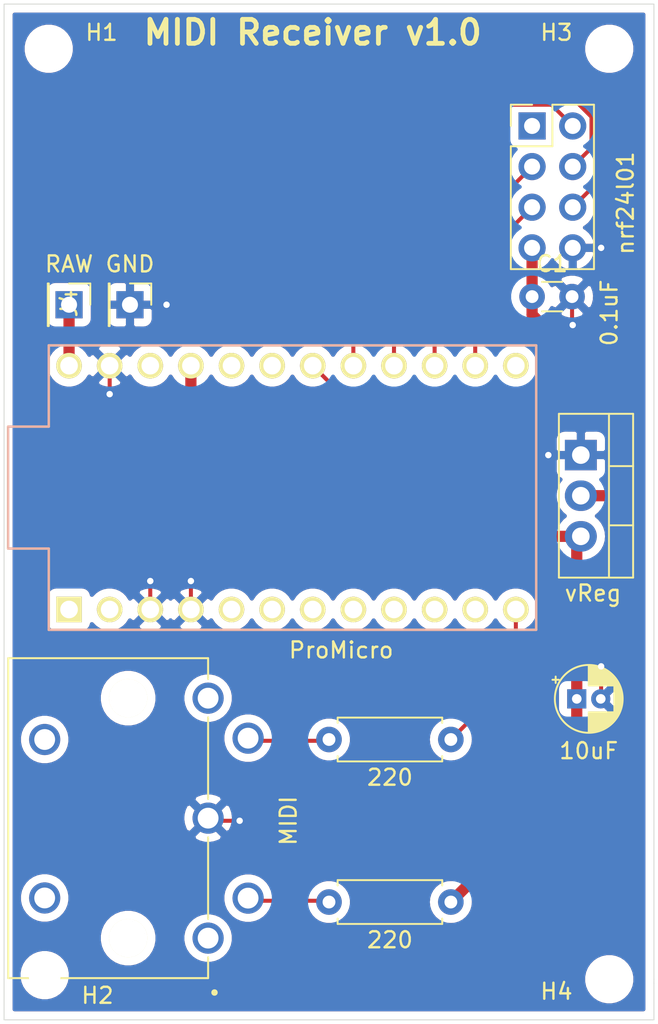
<source format=kicad_pcb>
(kicad_pcb (version 20171130) (host pcbnew "(5.1.4-0-10_14)")

  (general
    (thickness 1.6)
    (drawings 8)
    (tracks 73)
    (zones 0)
    (modules 14)
    (nets 29)
  )

  (page A4)
  (layers
    (0 F.Cu signal)
    (31 B.Cu signal)
    (32 B.Adhes user)
    (33 F.Adhes user)
    (34 B.Paste user)
    (35 F.Paste user)
    (36 B.SilkS user)
    (37 F.SilkS user)
    (38 B.Mask user)
    (39 F.Mask user)
    (40 Dwgs.User user)
    (41 Cmts.User user)
    (42 Eco1.User user)
    (43 Eco2.User user)
    (44 Edge.Cuts user)
    (45 Margin user)
    (46 B.CrtYd user)
    (47 F.CrtYd user)
    (48 B.Fab user)
    (49 F.Fab user)
  )

  (setup
    (last_trace_width 0.7)
    (user_trace_width 0.7)
    (trace_clearance 0.2)
    (zone_clearance 0.508)
    (zone_45_only no)
    (trace_min 0.2)
    (via_size 0.8)
    (via_drill 0.4)
    (via_min_size 0.4)
    (via_min_drill 0.3)
    (uvia_size 0.3)
    (uvia_drill 0.1)
    (uvias_allowed no)
    (uvia_min_size 0.2)
    (uvia_min_drill 0.1)
    (edge_width 0.05)
    (segment_width 0.2)
    (pcb_text_width 0.3)
    (pcb_text_size 1.5 1.5)
    (mod_edge_width 0.12)
    (mod_text_size 1 1)
    (mod_text_width 0.15)
    (pad_size 1.524 1.524)
    (pad_drill 0.762)
    (pad_to_mask_clearance 0.051)
    (solder_mask_min_width 0.25)
    (aux_axis_origin 0 0)
    (visible_elements FFFFF77F)
    (pcbplotparams
      (layerselection 0x010f0_ffffffff)
      (usegerberextensions false)
      (usegerberattributes false)
      (usegerberadvancedattributes false)
      (creategerberjobfile false)
      (excludeedgelayer true)
      (linewidth 0.100000)
      (plotframeref false)
      (viasonmask false)
      (mode 1)
      (useauxorigin false)
      (hpglpennumber 1)
      (hpglpenspeed 20)
      (hpglpendiameter 15.000000)
      (psnegative false)
      (psa4output false)
      (plotreference true)
      (plotvalue true)
      (plotinvisibletext false)
      (padsonsilk false)
      (subtractmaskfromsilk false)
      (outputformat 1)
      (mirror false)
      (drillshape 0)
      (scaleselection 1)
      (outputdirectory "/Applications/KiCad/Projects/MIDI_RECEIVER/gerbers/"))
  )

  (net 0 "")
  (net 1 GND)
  (net 2 +3V3)
  (net 3 +5V)
  (net 4 "Net-(J1-Pad3)")
  (net 5 "Net-(J1-Pad5)")
  (net 6 "Net-(J1-Pad1)")
  (net 7 "Net-(J1-Pad4)")
  (net 8 /MISO)
  (net 9 /SCK)
  (net 10 /CE)
  (net 11 /CSN)
  (net 12 /MOSI)
  (net 13 "Net-(J2-Pad1)")
  (net 14 /MIDI_IN)
  (net 15 "Net-(U1-Pad22)")
  (net 16 "Net-(U1-Pad20)")
  (net 17 "Net-(U1-Pad19)")
  (net 18 "Net-(U1-Pad11)")
  (net 19 "Net-(U1-Pad10)")
  (net 20 "Net-(U1-Pad9)")
  (net 21 "Net-(U1-Pad8)")
  (net 22 "Net-(U1-Pad7)")
  (net 23 "Net-(U1-Pad6)")
  (net 24 "Net-(U1-Pad5)")
  (net 25 "Net-(U1-Pad2)")
  (net 26 "Net-(U1-Pad1)")
  (net 27 "Net-(U1-Pad13)")
  (net 28 /RAW)

  (net_class Default "This is the default net class."
    (clearance 0.2)
    (trace_width 0.25)
    (via_dia 0.8)
    (via_drill 0.4)
    (uvia_dia 0.3)
    (uvia_drill 0.1)
    (add_net +3V3)
    (add_net +5V)
    (add_net /CE)
    (add_net /CSN)
    (add_net /MIDI_IN)
    (add_net /MISO)
    (add_net /MOSI)
    (add_net /RAW)
    (add_net /SCK)
    (add_net GND)
    (add_net "Net-(J1-Pad1)")
    (add_net "Net-(J1-Pad3)")
    (add_net "Net-(J1-Pad4)")
    (add_net "Net-(J1-Pad5)")
    (add_net "Net-(J2-Pad1)")
    (add_net "Net-(U1-Pad1)")
    (add_net "Net-(U1-Pad10)")
    (add_net "Net-(U1-Pad11)")
    (add_net "Net-(U1-Pad13)")
    (add_net "Net-(U1-Pad19)")
    (add_net "Net-(U1-Pad2)")
    (add_net "Net-(U1-Pad20)")
    (add_net "Net-(U1-Pad22)")
    (add_net "Net-(U1-Pad5)")
    (add_net "Net-(U1-Pad6)")
    (add_net "Net-(U1-Pad7)")
    (add_net "Net-(U1-Pad8)")
    (add_net "Net-(U1-Pad9)")
  )

  (module Connector_PinHeader_2.54mm:PinHeader_1x01_P2.54mm_Vertical (layer F.Cu) (tedit 59FED5CC) (tstamp 5E002A13)
    (at 109.474 94.996 270)
    (descr "Through hole straight pin header, 1x01, 2.54mm pitch, single row")
    (tags "Through hole pin header THT 1x01 2.54mm single row")
    (path /5E00258F)
    (fp_text reference J4 (at -0.078 3.81 90) (layer F.SilkS)
      (effects (font (size 1 1) (thickness 0.15)))
    )
    (fp_text value GND (at -2.54 0 180) (layer F.SilkS)
      (effects (font (size 1 1) (thickness 0.15)))
    )
    (fp_line (start -0.635 -1.27) (end 1.27 -1.27) (layer F.Fab) (width 0.1))
    (fp_line (start 1.27 -1.27) (end 1.27 1.27) (layer F.Fab) (width 0.1))
    (fp_line (start 1.27 1.27) (end -1.27 1.27) (layer F.Fab) (width 0.1))
    (fp_line (start -1.27 1.27) (end -1.27 -0.635) (layer F.Fab) (width 0.1))
    (fp_line (start -1.27 -0.635) (end -0.635 -1.27) (layer F.Fab) (width 0.1))
    (fp_line (start -1.33 1.33) (end 1.33 1.33) (layer F.SilkS) (width 0.12))
    (fp_line (start -1.33 1.27) (end -1.33 1.33) (layer F.SilkS) (width 0.12))
    (fp_line (start 1.33 1.27) (end 1.33 1.33) (layer F.SilkS) (width 0.12))
    (fp_line (start -1.33 1.27) (end 1.33 1.27) (layer F.SilkS) (width 0.12))
    (fp_line (start -1.33 0) (end -1.33 -1.33) (layer F.SilkS) (width 0.12))
    (fp_line (start -1.33 -1.33) (end 0 -1.33) (layer F.SilkS) (width 0.12))
    (fp_line (start -1.8 -1.8) (end -1.8 1.8) (layer F.CrtYd) (width 0.05))
    (fp_line (start -1.8 1.8) (end 1.8 1.8) (layer F.CrtYd) (width 0.05))
    (fp_line (start 1.8 1.8) (end 1.8 -1.8) (layer F.CrtYd) (width 0.05))
    (fp_line (start 1.8 -1.8) (end -1.8 -1.8) (layer F.CrtYd) (width 0.05))
    (fp_text user %R (at 0 0) (layer F.Fab)
      (effects (font (size 1 1) (thickness 0.15)))
    )
    (pad 1 thru_hole rect (at 0 0 270) (size 1.7 1.7) (drill 1) (layers *.Cu *.Mask)
      (net 1 GND))
    (model ${KISYS3DMOD}/Connector_PinHeader_2.54mm.3dshapes/PinHeader_1x01_P2.54mm_Vertical.wrl
      (at (xyz 0 0 0))
      (scale (xyz 1 1 1))
      (rotate (xyz 0 0 0))
    )
  )

  (module Connector_PinHeader_2.54mm:PinHeader_1x01_P2.54mm_Vertical (layer F.Cu) (tedit 59FED5CC) (tstamp 5E0029FE)
    (at 105.664 94.996 270)
    (descr "Through hole straight pin header, 1x01, 2.54mm pitch, single row")
    (tags "Through hole pin header THT 1x01 2.54mm single row")
    (path /5E001CBC)
    (fp_text reference J3 (at 0.254 2.54 90) (layer Dwgs.User)
      (effects (font (size 1 1) (thickness 0.15)))
    )
    (fp_text value RAW (at -2.54 0 180) (layer F.SilkS)
      (effects (font (size 1 1) (thickness 0.15)))
    )
    (fp_line (start -0.635 -1.27) (end 1.27 -1.27) (layer F.Fab) (width 0.1))
    (fp_line (start 1.27 -1.27) (end 1.27 1.27) (layer F.Fab) (width 0.1))
    (fp_line (start 1.27 1.27) (end -1.27 1.27) (layer F.Fab) (width 0.1))
    (fp_line (start -1.27 1.27) (end -1.27 -0.635) (layer F.Fab) (width 0.1))
    (fp_line (start -1.27 -0.635) (end -0.635 -1.27) (layer F.Fab) (width 0.1))
    (fp_line (start -1.33 1.33) (end 1.33 1.33) (layer F.SilkS) (width 0.12))
    (fp_line (start -1.33 1.27) (end -1.33 1.33) (layer F.SilkS) (width 0.12))
    (fp_line (start 1.33 1.27) (end 1.33 1.33) (layer F.SilkS) (width 0.12))
    (fp_line (start -1.33 1.27) (end 1.33 1.27) (layer F.SilkS) (width 0.12))
    (fp_line (start -1.33 0) (end -1.33 -1.33) (layer F.SilkS) (width 0.12))
    (fp_line (start -1.33 -1.33) (end 0 -1.33) (layer F.SilkS) (width 0.12))
    (fp_line (start -1.8 -1.8) (end -1.8 1.8) (layer F.CrtYd) (width 0.05))
    (fp_line (start -1.8 1.8) (end 1.8 1.8) (layer F.CrtYd) (width 0.05))
    (fp_line (start 1.8 1.8) (end 1.8 -1.8) (layer F.CrtYd) (width 0.05))
    (fp_line (start 1.8 -1.8) (end -1.8 -1.8) (layer F.CrtYd) (width 0.05))
    (fp_text user %R (at 0 0) (layer F.Fab)
      (effects (font (size 1 1) (thickness 0.15)))
    )
    (pad 1 thru_hole rect (at 0 0 270) (size 1.7 1.7) (drill 1) (layers *.Cu *.Mask)
      (net 28 /RAW))
    (model ${KISYS3DMOD}/Connector_PinHeader_2.54mm.3dshapes/PinHeader_1x01_P2.54mm_Vertical.wrl
      (at (xyz 0 0 0))
      (scale (xyz 1 1 1))
      (rotate (xyz 0 0 0))
    )
  )

  (module Package_TO_SOT_THT:TO-220-3_Vertical (layer F.Cu) (tedit 5AC8BA0D) (tstamp 5DFCF2FA)
    (at 137.668 104.394 270)
    (descr "TO-220-3, Vertical, RM 2.54mm, see https://www.vishay.com/docs/66542/to-220-1.pdf")
    (tags "TO-220-3 Vertical RM 2.54mm")
    (path /5DFC6E63)
    (fp_text reference U2 (at 3.81 2.286 270) (layer Dwgs.User)
      (effects (font (size 1 1) (thickness 0.15)))
    )
    (fp_text value vReg (at 8.636 -0.762 180) (layer F.SilkS)
      (effects (font (size 1 1) (thickness 0.15)))
    )
    (fp_line (start 7.79 -3.4) (end -2.71 -3.4) (layer F.CrtYd) (width 0.05))
    (fp_line (start 7.79 1.51) (end 7.79 -3.4) (layer F.CrtYd) (width 0.05))
    (fp_line (start -2.71 1.51) (end 7.79 1.51) (layer F.CrtYd) (width 0.05))
    (fp_line (start -2.71 -3.4) (end -2.71 1.51) (layer F.CrtYd) (width 0.05))
    (fp_line (start 4.391 -3.27) (end 4.391 -1.76) (layer F.SilkS) (width 0.12))
    (fp_line (start 0.69 -3.27) (end 0.69 -1.76) (layer F.SilkS) (width 0.12))
    (fp_line (start -2.58 -1.76) (end 7.66 -1.76) (layer F.SilkS) (width 0.12))
    (fp_line (start 7.66 -3.27) (end 7.66 1.371) (layer F.SilkS) (width 0.12))
    (fp_line (start -2.58 -3.27) (end -2.58 1.371) (layer F.SilkS) (width 0.12))
    (fp_line (start -2.58 1.371) (end 7.66 1.371) (layer F.SilkS) (width 0.12))
    (fp_line (start -2.58 -3.27) (end 7.66 -3.27) (layer F.SilkS) (width 0.12))
    (fp_line (start 4.39 -3.15) (end 4.39 -1.88) (layer F.Fab) (width 0.1))
    (fp_line (start 0.69 -3.15) (end 0.69 -1.88) (layer F.Fab) (width 0.1))
    (fp_line (start -2.46 -1.88) (end 7.54 -1.88) (layer F.Fab) (width 0.1))
    (fp_line (start 7.54 -3.15) (end -2.46 -3.15) (layer F.Fab) (width 0.1))
    (fp_line (start 7.54 1.25) (end 7.54 -3.15) (layer F.Fab) (width 0.1))
    (fp_line (start -2.46 1.25) (end 7.54 1.25) (layer F.Fab) (width 0.1))
    (fp_line (start -2.46 -3.15) (end -2.46 1.25) (layer F.Fab) (width 0.1))
    (pad 3 thru_hole oval (at 5.08 0 270) (size 1.905 2) (drill 1.1) (layers *.Cu *.Mask)
      (net 3 +5V))
    (pad 2 thru_hole oval (at 2.54 0 270) (size 1.905 2) (drill 1.1) (layers *.Cu *.Mask)
      (net 2 +3V3))
    (pad 1 thru_hole rect (at 0 0 270) (size 1.905 2) (drill 1.1) (layers *.Cu *.Mask)
      (net 1 GND))
    (model ${KISYS3DMOD}/Package_TO_SOT_THT.3dshapes/TO-220-3_Vertical.wrl
      (at (xyz 0 0 0))
      (scale (xyz 1 1 1))
      (rotate (xyz 0 0 0))
    )
  )

  (module MIDI_jack:Midi_jack (layer F.Cu) (tedit 5DFFBAD2) (tstamp 5DFCE246)
    (at 118.11 116.84 270)
    (path /5DFDCE4E)
    (fp_text reference J1 (at 10.668 -2.794 90) (layer Dwgs.User)
      (effects (font (size 1 1) (thickness 0.15)))
    )
    (fp_text value MIDI (at 10.414 -1.27 90) (layer F.SilkS)
      (effects (font (size 1 1) (thickness 0.15)))
    )
    (fp_line (start 0.25 3.75) (end 0.25 16.25) (layer Eco2.User) (width 0.127))
    (fp_line (start 0.25 16.25) (end 20.25 16.25) (layer Eco2.User) (width 0.127))
    (fp_line (start 11.45 3.75) (end 16.55 3.75) (layer F.SilkS) (width 0.127))
    (fp_line (start 0.25 16.25) (end 20.25 16.25) (layer F.SilkS) (width 0.127))
    (fp_line (start 20.25 16.25) (end 20.25 3.75) (layer F.SilkS) (width 0.127))
    (fp_line (start 20.5 0) (end 20.5 16.5) (layer Eco1.User) (width 0.05))
    (fp_circle (center 21.15 3.35) (end 21.25 3.35) (layer F.SilkS) (width 0.2))
    (fp_line (start 0.25 3.75) (end 0.25 16.25) (layer F.SilkS) (width 0.127))
    (fp_line (start 0 16.5) (end 0 0) (layer Eco1.User) (width 0.05))
    (fp_line (start 3.95 3.75) (end 9.05 3.75) (layer F.SilkS) (width 0.127))
    (fp_line (start 0.25 3.75) (end 1.55 3.75) (layer F.SilkS) (width 0.127))
    (fp_line (start 20.5 16.5) (end 0 16.5) (layer Eco1.User) (width 0.05))
    (fp_circle (center 21.15 3.35) (end 21.25 3.35) (layer Eco2.User) (width 0.2))
    (fp_line (start 20.25 3.75) (end 18.95 3.75) (layer F.SilkS) (width 0.127))
    (fp_line (start 20.25 16.25) (end 20.25 3.75) (layer Eco2.User) (width 0.127))
    (fp_line (start 20.25 3.75) (end 0.25 3.75) (layer Eco2.User) (width 0.127))
    (fp_line (start 0 0) (end 20.5 0) (layer Eco1.User) (width 0.05))
    (pad 4 thru_hole circle (at 15.25 1.25 270) (size 1.95 1.95) (drill 1.3) (layers *.Cu *.Mask)
      (net 7 "Net-(J1-Pad4)"))
    (pad 1 thru_hole circle (at 17.75 3.75 270) (size 1.95 1.95) (drill 1.3) (layers *.Cu *.Mask)
      (net 6 "Net-(J1-Pad1)"))
    (pad Hole np_thru_hole circle (at 17.75 8.75 270) (size 2.4 2.4) (drill 2.4) (layers *.Cu *.Mask F.SilkS))
    (pad 5 thru_hole circle (at 5.25 1.25 270) (size 1.95 1.95) (drill 1.3) (layers *.Cu *.Mask)
      (net 5 "Net-(J1-Pad5)"))
    (pad S2 thru_hole circle (at 15.24 13.97 270) (size 1.95 1.95) (drill 1.3) (layers *.Cu *.Mask))
    (pad 3 thru_hole circle (at 2.75 3.75 270) (size 1.95 1.95) (drill 1.3) (layers *.Cu *.Mask)
      (net 4 "Net-(J1-Pad3)"))
    (pad S1 thru_hole circle (at 5.334 13.97 270) (size 1.95 1.95) (drill 1.3) (layers *.Cu *.Mask))
    (pad Hole np_thru_hole circle (at 2.75 8.75 270) (size 2.4 2.4) (drill 2.4) (layers *.Cu *.Mask F.SilkS))
    (pad 2 thru_hole circle (at 10.25 3.75 270) (size 1.95 1.95) (drill 1.3) (layers *.Cu *.Mask)
      (net 1 GND))
  )

  (module MountingHole:MountingHole_2mm (layer F.Cu) (tedit 5B924920) (tstamp 5DFD17D0)
    (at 139.446 137.16)
    (descr "Mounting Hole 2mm, no annular")
    (tags "mounting hole 2mm no annular")
    (path /5E007A15)
    (attr virtual)
    (fp_text reference H4 (at -3.302 0.762) (layer F.SilkS)
      (effects (font (size 1 1) (thickness 0.15)))
    )
    (fp_text value MountingHole (at -9.398 0.762) (layer F.Fab)
      (effects (font (size 1 1) (thickness 0.15)))
    )
    (fp_circle (center 0 0) (end 2.25 0) (layer F.CrtYd) (width 0.05))
    (fp_circle (center 0 0) (end 2 0) (layer Cmts.User) (width 0.15))
    (fp_text user %R (at 0.3 0) (layer F.Fab)
      (effects (font (size 1 1) (thickness 0.15)))
    )
    (pad "" np_thru_hole circle (at 0 0) (size 2 2) (drill 2) (layers *.Cu *.Mask))
  )

  (module MountingHole:MountingHole_2mm (layer F.Cu) (tedit 5B924920) (tstamp 5DFD17C8)
    (at 139.446 78.994)
    (descr "Mounting Hole 2mm, no annular")
    (tags "mounting hole 2mm no annular")
    (path /5E0077C5)
    (attr virtual)
    (fp_text reference H3 (at -3.302 -1.016) (layer F.SilkS)
      (effects (font (size 1 1) (thickness 0.15)))
    )
    (fp_text value MountingHole (at -7.366 0.762) (layer F.Fab)
      (effects (font (size 1 1) (thickness 0.15)))
    )
    (fp_circle (center 0 0) (end 2.25 0) (layer F.CrtYd) (width 0.05))
    (fp_circle (center 0 0) (end 2 0) (layer Cmts.User) (width 0.15))
    (fp_text user %R (at 0.3 0) (layer F.Fab)
      (effects (font (size 1 1) (thickness 0.15)))
    )
    (pad "" np_thru_hole circle (at 0 0) (size 2 2) (drill 2) (layers *.Cu *.Mask))
  )

  (module MountingHole:MountingHole_2mm (layer F.Cu) (tedit 5B924920) (tstamp 5DFD17C0)
    (at 104.14 136.906)
    (descr "Mounting Hole 2mm, no annular")
    (tags "mounting hole 2mm no annular")
    (path /5E0077FF)
    (attr virtual)
    (fp_text reference H2 (at 3.302 1.27) (layer F.SilkS)
      (effects (font (size 1 1) (thickness 0.15)))
    )
    (fp_text value MountingHole (at 9.652 1.27) (layer F.Fab)
      (effects (font (size 1 1) (thickness 0.15)))
    )
    (fp_circle (center 0 0) (end 2.25 0) (layer F.CrtYd) (width 0.05))
    (fp_circle (center 0 0) (end 2 0) (layer Cmts.User) (width 0.15))
    (fp_text user %R (at 0.254 0.292) (layer F.Fab)
      (effects (font (size 1 1) (thickness 0.15)))
    )
    (pad "" np_thru_hole circle (at 0 0) (size 2 2) (drill 2) (layers *.Cu *.Mask))
  )

  (module MountingHole:MountingHole_2mm (layer F.Cu) (tedit 5B924920) (tstamp 5DFD17B8)
    (at 104.394 78.994)
    (descr "Mounting Hole 2mm, no annular")
    (tags "mounting hole 2mm no annular")
    (path /5E006B53)
    (attr virtual)
    (fp_text reference H1 (at 3.302 -1.016) (layer F.SilkS)
      (effects (font (size 1 1) (thickness 0.15)))
    )
    (fp_text value MountingHole (at 7.366 1.016) (layer F.Fab)
      (effects (font (size 1 1) (thickness 0.15)))
    )
    (fp_circle (center 0 0) (end 2.25 0) (layer F.CrtYd) (width 0.05))
    (fp_circle (center 0 0) (end 2 0) (layer Cmts.User) (width 0.15))
    (fp_text user %R (at 0.3 0) (layer F.Fab)
      (effects (font (size 1 1) (thickness 0.15)))
    )
    (pad "" np_thru_hole circle (at 0 0) (size 2 2) (drill 2) (layers *.Cu *.Mask))
  )

  (module Resistor_THT:R_Axial_DIN0207_L6.3mm_D2.5mm_P7.62mm_Horizontal (layer F.Cu) (tedit 5AE5139B) (tstamp 5DFCD3FB)
    (at 121.92 132.334)
    (descr "Resistor, Axial_DIN0207 series, Axial, Horizontal, pin pitch=7.62mm, 0.25W = 1/4W, length*diameter=6.3*2.5mm^2, http://cdn-reichelt.de/documents/datenblatt/B400/1_4W%23YAG.pdf")
    (tags "Resistor Axial_DIN0207 series Axial Horizontal pin pitch 7.62mm 0.25W = 1/4W length 6.3mm diameter 2.5mm")
    (path /5DF838B5)
    (fp_text reference R2 (at 3.81 -2.37) (layer Dwgs.User)
      (effects (font (size 1 1) (thickness 0.15)))
    )
    (fp_text value 220 (at 3.81 2.37) (layer F.SilkS)
      (effects (font (size 1 1) (thickness 0.15)))
    )
    (fp_text user %R (at 3.81 0) (layer F.Fab)
      (effects (font (size 1 1) (thickness 0.15)))
    )
    (fp_line (start 8.67 -1.5) (end -1.05 -1.5) (layer F.CrtYd) (width 0.05))
    (fp_line (start 8.67 1.5) (end 8.67 -1.5) (layer F.CrtYd) (width 0.05))
    (fp_line (start -1.05 1.5) (end 8.67 1.5) (layer F.CrtYd) (width 0.05))
    (fp_line (start -1.05 -1.5) (end -1.05 1.5) (layer F.CrtYd) (width 0.05))
    (fp_line (start 7.08 1.37) (end 7.08 1.04) (layer F.SilkS) (width 0.12))
    (fp_line (start 0.54 1.37) (end 7.08 1.37) (layer F.SilkS) (width 0.12))
    (fp_line (start 0.54 1.04) (end 0.54 1.37) (layer F.SilkS) (width 0.12))
    (fp_line (start 7.08 -1.37) (end 7.08 -1.04) (layer F.SilkS) (width 0.12))
    (fp_line (start 0.54 -1.37) (end 7.08 -1.37) (layer F.SilkS) (width 0.12))
    (fp_line (start 0.54 -1.04) (end 0.54 -1.37) (layer F.SilkS) (width 0.12))
    (fp_line (start 7.62 0) (end 6.96 0) (layer F.Fab) (width 0.1))
    (fp_line (start 0 0) (end 0.66 0) (layer F.Fab) (width 0.1))
    (fp_line (start 6.96 -1.25) (end 0.66 -1.25) (layer F.Fab) (width 0.1))
    (fp_line (start 6.96 1.25) (end 6.96 -1.25) (layer F.Fab) (width 0.1))
    (fp_line (start 0.66 1.25) (end 6.96 1.25) (layer F.Fab) (width 0.1))
    (fp_line (start 0.66 -1.25) (end 0.66 1.25) (layer F.Fab) (width 0.1))
    (pad 2 thru_hole oval (at 7.62 0) (size 1.6 1.6) (drill 0.8) (layers *.Cu *.Mask)
      (net 3 +5V))
    (pad 1 thru_hole circle (at 0 0) (size 1.6 1.6) (drill 0.8) (layers *.Cu *.Mask)
      (net 7 "Net-(J1-Pad4)"))
    (model ${KISYS3DMOD}/Resistor_THT.3dshapes/R_Axial_DIN0207_L6.3mm_D2.5mm_P7.62mm_Horizontal.wrl
      (at (xyz 0 0 0))
      (scale (xyz 1 1 1))
      (rotate (xyz 0 0 0))
    )
  )

  (module Resistor_THT:R_Axial_DIN0207_L6.3mm_D2.5mm_P7.62mm_Horizontal (layer F.Cu) (tedit 5AE5139B) (tstamp 5DFCE2C5)
    (at 121.92 122.174)
    (descr "Resistor, Axial_DIN0207 series, Axial, Horizontal, pin pitch=7.62mm, 0.25W = 1/4W, length*diameter=6.3*2.5mm^2, http://cdn-reichelt.de/documents/datenblatt/B400/1_4W%23YAG.pdf")
    (tags "Resistor Axial_DIN0207 series Axial Horizontal pin pitch 7.62mm 0.25W = 1/4W length 6.3mm diameter 2.5mm")
    (path /5DF8321E)
    (fp_text reference R1 (at 3.81 -2.37) (layer Dwgs.User)
      (effects (font (size 1 1) (thickness 0.15)))
    )
    (fp_text value 220 (at 3.81 2.37) (layer F.SilkS)
      (effects (font (size 1 1) (thickness 0.15)))
    )
    (fp_text user %R (at 3.81 0) (layer F.Fab)
      (effects (font (size 1 1) (thickness 0.15)))
    )
    (fp_line (start 8.67 -1.5) (end -1.05 -1.5) (layer F.CrtYd) (width 0.05))
    (fp_line (start 8.67 1.5) (end 8.67 -1.5) (layer F.CrtYd) (width 0.05))
    (fp_line (start -1.05 1.5) (end 8.67 1.5) (layer F.CrtYd) (width 0.05))
    (fp_line (start -1.05 -1.5) (end -1.05 1.5) (layer F.CrtYd) (width 0.05))
    (fp_line (start 7.08 1.37) (end 7.08 1.04) (layer F.SilkS) (width 0.12))
    (fp_line (start 0.54 1.37) (end 7.08 1.37) (layer F.SilkS) (width 0.12))
    (fp_line (start 0.54 1.04) (end 0.54 1.37) (layer F.SilkS) (width 0.12))
    (fp_line (start 7.08 -1.37) (end 7.08 -1.04) (layer F.SilkS) (width 0.12))
    (fp_line (start 0.54 -1.37) (end 7.08 -1.37) (layer F.SilkS) (width 0.12))
    (fp_line (start 0.54 -1.04) (end 0.54 -1.37) (layer F.SilkS) (width 0.12))
    (fp_line (start 7.62 0) (end 6.96 0) (layer F.Fab) (width 0.1))
    (fp_line (start 0 0) (end 0.66 0) (layer F.Fab) (width 0.1))
    (fp_line (start 6.96 -1.25) (end 0.66 -1.25) (layer F.Fab) (width 0.1))
    (fp_line (start 6.96 1.25) (end 6.96 -1.25) (layer F.Fab) (width 0.1))
    (fp_line (start 0.66 1.25) (end 6.96 1.25) (layer F.Fab) (width 0.1))
    (fp_line (start 0.66 -1.25) (end 0.66 1.25) (layer F.Fab) (width 0.1))
    (pad 2 thru_hole oval (at 7.62 0) (size 1.6 1.6) (drill 0.8) (layers *.Cu *.Mask)
      (net 14 /MIDI_IN))
    (pad 1 thru_hole circle (at 0 0) (size 1.6 1.6) (drill 0.8) (layers *.Cu *.Mask)
      (net 5 "Net-(J1-Pad5)"))
    (model ${KISYS3DMOD}/Resistor_THT.3dshapes/R_Axial_DIN0207_L6.3mm_D2.5mm_P7.62mm_Horizontal.wrl
      (at (xyz 0 0 0))
      (scale (xyz 1 1 1))
      (rotate (xyz 0 0 0))
    )
  )

  (module Connector_PinHeader_2.54mm:PinHeader_2x04_P2.54mm_Vertical (layer F.Cu) (tedit 59FED5CC) (tstamp 5DFCEF46)
    (at 134.62 83.82)
    (descr "Through hole straight pin header, 2x04, 2.54mm pitch, double rows")
    (tags "Through hole pin header THT 2x04 2.54mm double row")
    (path /5DFF129B)
    (fp_text reference J2 (at 5.842 -0.508 90) (layer Dwgs.User)
      (effects (font (size 1 1) (thickness 0.15)))
    )
    (fp_text value nrf24l01 (at 5.842 4.826 270) (layer F.SilkS)
      (effects (font (size 1 1) (thickness 0.15)))
    )
    (fp_text user %R (at 1.27 4.064 90) (layer F.Fab)
      (effects (font (size 1 1) (thickness 0.15)))
    )
    (fp_line (start 4.35 -1.8) (end -1.8 -1.8) (layer F.CrtYd) (width 0.05))
    (fp_line (start 4.35 9.4) (end 4.35 -1.8) (layer F.CrtYd) (width 0.05))
    (fp_line (start -1.8 9.4) (end 4.35 9.4) (layer F.CrtYd) (width 0.05))
    (fp_line (start -1.8 -1.8) (end -1.8 9.4) (layer F.CrtYd) (width 0.05))
    (fp_line (start -1.33 -1.33) (end 0 -1.33) (layer F.SilkS) (width 0.12))
    (fp_line (start -1.33 0) (end -1.33 -1.33) (layer F.SilkS) (width 0.12))
    (fp_line (start 1.27 -1.33) (end 3.87 -1.33) (layer F.SilkS) (width 0.12))
    (fp_line (start 1.27 1.27) (end 1.27 -1.33) (layer F.SilkS) (width 0.12))
    (fp_line (start -1.33 1.27) (end 1.27 1.27) (layer F.SilkS) (width 0.12))
    (fp_line (start 3.87 -1.33) (end 3.87 8.95) (layer F.SilkS) (width 0.12))
    (fp_line (start -1.33 1.27) (end -1.33 8.95) (layer F.SilkS) (width 0.12))
    (fp_line (start -1.33 8.95) (end 3.87 8.95) (layer F.SilkS) (width 0.12))
    (fp_line (start -1.27 0) (end 0 -1.27) (layer F.Fab) (width 0.1))
    (fp_line (start -1.27 8.89) (end -1.27 0) (layer F.Fab) (width 0.1))
    (fp_line (start 3.81 8.89) (end -1.27 8.89) (layer F.Fab) (width 0.1))
    (fp_line (start 3.81 -1.27) (end 3.81 8.89) (layer F.Fab) (width 0.1))
    (fp_line (start 0 -1.27) (end 3.81 -1.27) (layer F.Fab) (width 0.1))
    (pad 8 thru_hole oval (at 2.54 7.62) (size 1.7 1.7) (drill 1) (layers *.Cu *.Mask)
      (net 1 GND))
    (pad 7 thru_hole oval (at 0 7.62) (size 1.7 1.7) (drill 1) (layers *.Cu *.Mask)
      (net 2 +3V3))
    (pad 6 thru_hole oval (at 2.54 5.08) (size 1.7 1.7) (drill 1) (layers *.Cu *.Mask)
      (net 10 /CE))
    (pad 5 thru_hole oval (at 0 5.08) (size 1.7 1.7) (drill 1) (layers *.Cu *.Mask)
      (net 11 /CSN))
    (pad 4 thru_hole oval (at 2.54 2.54) (size 1.7 1.7) (drill 1) (layers *.Cu *.Mask)
      (net 9 /SCK))
    (pad 3 thru_hole oval (at 0 2.54) (size 1.7 1.7) (drill 1) (layers *.Cu *.Mask)
      (net 12 /MOSI))
    (pad 2 thru_hole oval (at 2.54 0) (size 1.7 1.7) (drill 1) (layers *.Cu *.Mask)
      (net 8 /MISO))
    (pad 1 thru_hole rect (at 0 0) (size 1.7 1.7) (drill 1) (layers *.Cu *.Mask)
      (net 13 "Net-(J2-Pad1)"))
    (model ${KISYS3DMOD}/Connector_PinHeader_2.54mm.3dshapes/PinHeader_2x04_P2.54mm_Vertical.wrl
      (at (xyz 0 0 0))
      (scale (xyz 1 1 1))
      (rotate (xyz 0 0 0))
    )
  )

  (module promicro:ProMicro (layer F.Cu) (tedit 5A06A962) (tstamp 5DFCE0FC)
    (at 119.634 106.426)
    (descr "Pro Micro footprint")
    (tags "promicro ProMicro")
    (path /5DFE51E5)
    (fp_text reference U1 (at 0 -10.16) (layer F.SilkS) hide
      (effects (font (size 1 1) (thickness 0.15)))
    )
    (fp_text value ProMicro (at 3.048 10.16) (layer F.SilkS)
      (effects (font (size 1 1) (thickness 0.15)))
    )
    (fp_line (start 15.24 -8.89) (end 15.24 8.89) (layer F.SilkS) (width 0.15))
    (fp_line (start -15.24 -8.89) (end 15.24 -8.89) (layer F.SilkS) (width 0.15))
    (fp_line (start -15.24 -3.81) (end -15.24 -8.89) (layer F.SilkS) (width 0.15))
    (fp_line (start -17.78 -3.81) (end -15.24 -3.81) (layer F.SilkS) (width 0.15))
    (fp_line (start -17.78 3.81) (end -17.78 -3.81) (layer F.SilkS) (width 0.15))
    (fp_line (start -15.24 3.81) (end -17.78 3.81) (layer F.SilkS) (width 0.15))
    (fp_line (start -15.24 8.89) (end -15.24 3.81) (layer F.SilkS) (width 0.15))
    (fp_line (start -15.24 8.89) (end 15.24 8.89) (layer F.SilkS) (width 0.15))
    (fp_line (start -15.24 -8.89) (end 15.24 -8.89) (layer B.SilkS) (width 0.15))
    (fp_line (start -15.24 -3.81) (end -15.24 -8.89) (layer B.SilkS) (width 0.15))
    (fp_line (start -17.78 -3.81) (end -15.24 -3.81) (layer B.SilkS) (width 0.15))
    (fp_line (start -17.78 3.81) (end -17.78 -3.81) (layer B.SilkS) (width 0.15))
    (fp_line (start -15.24 3.81) (end -17.78 3.81) (layer B.SilkS) (width 0.15))
    (fp_line (start -15.24 8.89) (end -15.24 3.81) (layer B.SilkS) (width 0.15))
    (fp_line (start 15.24 8.89) (end -15.24 8.89) (layer B.SilkS) (width 0.15))
    (fp_line (start 15.24 -8.89) (end 15.24 8.89) (layer B.SilkS) (width 0.15))
    (pad 24 thru_hole circle (at -13.97 -7.62) (size 1.6 1.6) (drill 1.1) (layers *.Cu *.Mask F.SilkS)
      (net 28 /RAW))
    (pad 23 thru_hole circle (at -11.43 -7.62) (size 1.6 1.6) (drill 1.1) (layers *.Cu *.Mask F.SilkS)
      (net 1 GND))
    (pad 22 thru_hole circle (at -8.89 -7.62) (size 1.6 1.6) (drill 1.1) (layers *.Cu *.Mask F.SilkS)
      (net 15 "Net-(U1-Pad22)"))
    (pad 21 thru_hole circle (at -6.35 -7.62) (size 1.6 1.6) (drill 1.1) (layers *.Cu *.Mask F.SilkS)
      (net 3 +5V))
    (pad 20 thru_hole circle (at -3.81 -7.62) (size 1.6 1.6) (drill 1.1) (layers *.Cu *.Mask F.SilkS)
      (net 16 "Net-(U1-Pad20)"))
    (pad 19 thru_hole circle (at -1.27 -7.62) (size 1.6 1.6) (drill 1.1) (layers *.Cu *.Mask F.SilkS)
      (net 17 "Net-(U1-Pad19)"))
    (pad 18 thru_hole circle (at 1.27 -7.62) (size 1.6 1.6) (drill 1.1) (layers *.Cu *.Mask F.SilkS)
      (net 11 /CSN))
    (pad 17 thru_hole circle (at 3.81 -7.62) (size 1.6 1.6) (drill 1.1) (layers *.Cu *.Mask F.SilkS)
      (net 10 /CE))
    (pad 16 thru_hole circle (at 6.35 -7.62) (size 1.6 1.6) (drill 1.1) (layers *.Cu *.Mask F.SilkS)
      (net 9 /SCK))
    (pad 15 thru_hole circle (at 8.89 -7.62) (size 1.6 1.6) (drill 1.1) (layers *.Cu *.Mask F.SilkS)
      (net 8 /MISO))
    (pad 14 thru_hole circle (at 11.43 -7.62) (size 1.6 1.6) (drill 1.1) (layers *.Cu *.Mask F.SilkS)
      (net 12 /MOSI))
    (pad 13 thru_hole circle (at 13.97 -7.62) (size 1.6 1.6) (drill 1.1) (layers *.Cu *.Mask F.SilkS)
      (net 27 "Net-(U1-Pad13)"))
    (pad 12 thru_hole circle (at 13.97 7.62) (size 1.6 1.6) (drill 1.1) (layers *.Cu *.Mask F.SilkS)
      (net 14 /MIDI_IN))
    (pad 11 thru_hole circle (at 11.43 7.62) (size 1.6 1.6) (drill 1.1) (layers *.Cu *.Mask F.SilkS)
      (net 18 "Net-(U1-Pad11)"))
    (pad 10 thru_hole circle (at 8.89 7.62) (size 1.6 1.6) (drill 1.1) (layers *.Cu *.Mask F.SilkS)
      (net 19 "Net-(U1-Pad10)"))
    (pad 9 thru_hole circle (at 6.35 7.62) (size 1.6 1.6) (drill 1.1) (layers *.Cu *.Mask F.SilkS)
      (net 20 "Net-(U1-Pad9)"))
    (pad 8 thru_hole circle (at 3.81 7.62) (size 1.6 1.6) (drill 1.1) (layers *.Cu *.Mask F.SilkS)
      (net 21 "Net-(U1-Pad8)"))
    (pad 7 thru_hole circle (at 1.27 7.62) (size 1.6 1.6) (drill 1.1) (layers *.Cu *.Mask F.SilkS)
      (net 22 "Net-(U1-Pad7)"))
    (pad 6 thru_hole circle (at -1.27 7.62) (size 1.6 1.6) (drill 1.1) (layers *.Cu *.Mask F.SilkS)
      (net 23 "Net-(U1-Pad6)"))
    (pad 5 thru_hole circle (at -3.81 7.62) (size 1.6 1.6) (drill 1.1) (layers *.Cu *.Mask F.SilkS)
      (net 24 "Net-(U1-Pad5)"))
    (pad 4 thru_hole circle (at -6.35 7.62) (size 1.6 1.6) (drill 1.1) (layers *.Cu *.Mask F.SilkS)
      (net 1 GND))
    (pad 3 thru_hole circle (at -8.89 7.62) (size 1.6 1.6) (drill 1.1) (layers *.Cu *.Mask F.SilkS)
      (net 1 GND))
    (pad 2 thru_hole circle (at -11.43 7.62) (size 1.6 1.6) (drill 1.1) (layers *.Cu *.Mask F.SilkS)
      (net 25 "Net-(U1-Pad2)"))
    (pad 1 thru_hole rect (at -13.97 7.62) (size 1.6 1.6) (drill 1.1) (layers *.Cu *.Mask F.SilkS)
      (net 26 "Net-(U1-Pad1)"))
  )

  (module Capacitor_THT:CP_Radial_D4.0mm_P1.50mm (layer F.Cu) (tedit 5AE50EF0) (tstamp 5DFCD399)
    (at 137.414 119.634)
    (descr "CP, Radial series, Radial, pin pitch=1.50mm, , diameter=4mm, Electrolytic Capacitor")
    (tags "CP Radial series Radial pin pitch 1.50mm  diameter 4mm Electrolytic Capacitor")
    (path /5DFCE79D)
    (fp_text reference C2 (at 0.992 4.826 180) (layer Dwgs.User)
      (effects (font (size 1 1) (thickness 0.15)))
    )
    (fp_text value 10uF (at 0.75 3.25) (layer F.SilkS)
      (effects (font (size 1 1) (thickness 0.15)))
    )
    (fp_text user %R (at 0.75 0) (layer F.Fab)
      (effects (font (size 0.8 0.8) (thickness 0.12)))
    )
    (fp_line (start -1.319801 -1.395) (end -1.319801 -0.995) (layer F.SilkS) (width 0.12))
    (fp_line (start -1.519801 -1.195) (end -1.119801 -1.195) (layer F.SilkS) (width 0.12))
    (fp_line (start 2.831 -0.37) (end 2.831 0.37) (layer F.SilkS) (width 0.12))
    (fp_line (start 2.791 -0.537) (end 2.791 0.537) (layer F.SilkS) (width 0.12))
    (fp_line (start 2.751 -0.664) (end 2.751 0.664) (layer F.SilkS) (width 0.12))
    (fp_line (start 2.711 -0.768) (end 2.711 0.768) (layer F.SilkS) (width 0.12))
    (fp_line (start 2.671 -0.859) (end 2.671 0.859) (layer F.SilkS) (width 0.12))
    (fp_line (start 2.631 -0.94) (end 2.631 0.94) (layer F.SilkS) (width 0.12))
    (fp_line (start 2.591 -1.013) (end 2.591 1.013) (layer F.SilkS) (width 0.12))
    (fp_line (start 2.551 -1.08) (end 2.551 1.08) (layer F.SilkS) (width 0.12))
    (fp_line (start 2.511 -1.142) (end 2.511 1.142) (layer F.SilkS) (width 0.12))
    (fp_line (start 2.471 -1.2) (end 2.471 1.2) (layer F.SilkS) (width 0.12))
    (fp_line (start 2.431 -1.254) (end 2.431 1.254) (layer F.SilkS) (width 0.12))
    (fp_line (start 2.391 -1.304) (end 2.391 1.304) (layer F.SilkS) (width 0.12))
    (fp_line (start 2.351 -1.351) (end 2.351 1.351) (layer F.SilkS) (width 0.12))
    (fp_line (start 2.311 0.84) (end 2.311 1.396) (layer F.SilkS) (width 0.12))
    (fp_line (start 2.311 -1.396) (end 2.311 -0.84) (layer F.SilkS) (width 0.12))
    (fp_line (start 2.271 0.84) (end 2.271 1.438) (layer F.SilkS) (width 0.12))
    (fp_line (start 2.271 -1.438) (end 2.271 -0.84) (layer F.SilkS) (width 0.12))
    (fp_line (start 2.231 0.84) (end 2.231 1.478) (layer F.SilkS) (width 0.12))
    (fp_line (start 2.231 -1.478) (end 2.231 -0.84) (layer F.SilkS) (width 0.12))
    (fp_line (start 2.191 0.84) (end 2.191 1.516) (layer F.SilkS) (width 0.12))
    (fp_line (start 2.191 -1.516) (end 2.191 -0.84) (layer F.SilkS) (width 0.12))
    (fp_line (start 2.151 0.84) (end 2.151 1.552) (layer F.SilkS) (width 0.12))
    (fp_line (start 2.151 -1.552) (end 2.151 -0.84) (layer F.SilkS) (width 0.12))
    (fp_line (start 2.111 0.84) (end 2.111 1.587) (layer F.SilkS) (width 0.12))
    (fp_line (start 2.111 -1.587) (end 2.111 -0.84) (layer F.SilkS) (width 0.12))
    (fp_line (start 2.071 0.84) (end 2.071 1.619) (layer F.SilkS) (width 0.12))
    (fp_line (start 2.071 -1.619) (end 2.071 -0.84) (layer F.SilkS) (width 0.12))
    (fp_line (start 2.031 0.84) (end 2.031 1.65) (layer F.SilkS) (width 0.12))
    (fp_line (start 2.031 -1.65) (end 2.031 -0.84) (layer F.SilkS) (width 0.12))
    (fp_line (start 1.991 0.84) (end 1.991 1.68) (layer F.SilkS) (width 0.12))
    (fp_line (start 1.991 -1.68) (end 1.991 -0.84) (layer F.SilkS) (width 0.12))
    (fp_line (start 1.951 0.84) (end 1.951 1.708) (layer F.SilkS) (width 0.12))
    (fp_line (start 1.951 -1.708) (end 1.951 -0.84) (layer F.SilkS) (width 0.12))
    (fp_line (start 1.911 0.84) (end 1.911 1.735) (layer F.SilkS) (width 0.12))
    (fp_line (start 1.911 -1.735) (end 1.911 -0.84) (layer F.SilkS) (width 0.12))
    (fp_line (start 1.871 0.84) (end 1.871 1.76) (layer F.SilkS) (width 0.12))
    (fp_line (start 1.871 -1.76) (end 1.871 -0.84) (layer F.SilkS) (width 0.12))
    (fp_line (start 1.831 0.84) (end 1.831 1.785) (layer F.SilkS) (width 0.12))
    (fp_line (start 1.831 -1.785) (end 1.831 -0.84) (layer F.SilkS) (width 0.12))
    (fp_line (start 1.791 0.84) (end 1.791 1.808) (layer F.SilkS) (width 0.12))
    (fp_line (start 1.791 -1.808) (end 1.791 -0.84) (layer F.SilkS) (width 0.12))
    (fp_line (start 1.751 0.84) (end 1.751 1.83) (layer F.SilkS) (width 0.12))
    (fp_line (start 1.751 -1.83) (end 1.751 -0.84) (layer F.SilkS) (width 0.12))
    (fp_line (start 1.711 0.84) (end 1.711 1.851) (layer F.SilkS) (width 0.12))
    (fp_line (start 1.711 -1.851) (end 1.711 -0.84) (layer F.SilkS) (width 0.12))
    (fp_line (start 1.671 0.84) (end 1.671 1.87) (layer F.SilkS) (width 0.12))
    (fp_line (start 1.671 -1.87) (end 1.671 -0.84) (layer F.SilkS) (width 0.12))
    (fp_line (start 1.631 0.84) (end 1.631 1.889) (layer F.SilkS) (width 0.12))
    (fp_line (start 1.631 -1.889) (end 1.631 -0.84) (layer F.SilkS) (width 0.12))
    (fp_line (start 1.591 0.84) (end 1.591 1.907) (layer F.SilkS) (width 0.12))
    (fp_line (start 1.591 -1.907) (end 1.591 -0.84) (layer F.SilkS) (width 0.12))
    (fp_line (start 1.551 0.84) (end 1.551 1.924) (layer F.SilkS) (width 0.12))
    (fp_line (start 1.551 -1.924) (end 1.551 -0.84) (layer F.SilkS) (width 0.12))
    (fp_line (start 1.511 0.84) (end 1.511 1.94) (layer F.SilkS) (width 0.12))
    (fp_line (start 1.511 -1.94) (end 1.511 -0.84) (layer F.SilkS) (width 0.12))
    (fp_line (start 1.471 0.84) (end 1.471 1.954) (layer F.SilkS) (width 0.12))
    (fp_line (start 1.471 -1.954) (end 1.471 -0.84) (layer F.SilkS) (width 0.12))
    (fp_line (start 1.43 0.84) (end 1.43 1.968) (layer F.SilkS) (width 0.12))
    (fp_line (start 1.43 -1.968) (end 1.43 -0.84) (layer F.SilkS) (width 0.12))
    (fp_line (start 1.39 0.84) (end 1.39 1.982) (layer F.SilkS) (width 0.12))
    (fp_line (start 1.39 -1.982) (end 1.39 -0.84) (layer F.SilkS) (width 0.12))
    (fp_line (start 1.35 0.84) (end 1.35 1.994) (layer F.SilkS) (width 0.12))
    (fp_line (start 1.35 -1.994) (end 1.35 -0.84) (layer F.SilkS) (width 0.12))
    (fp_line (start 1.31 0.84) (end 1.31 2.005) (layer F.SilkS) (width 0.12))
    (fp_line (start 1.31 -2.005) (end 1.31 -0.84) (layer F.SilkS) (width 0.12))
    (fp_line (start 1.27 0.84) (end 1.27 2.016) (layer F.SilkS) (width 0.12))
    (fp_line (start 1.27 -2.016) (end 1.27 -0.84) (layer F.SilkS) (width 0.12))
    (fp_line (start 1.23 0.84) (end 1.23 2.025) (layer F.SilkS) (width 0.12))
    (fp_line (start 1.23 -2.025) (end 1.23 -0.84) (layer F.SilkS) (width 0.12))
    (fp_line (start 1.19 0.84) (end 1.19 2.034) (layer F.SilkS) (width 0.12))
    (fp_line (start 1.19 -2.034) (end 1.19 -0.84) (layer F.SilkS) (width 0.12))
    (fp_line (start 1.15 0.84) (end 1.15 2.042) (layer F.SilkS) (width 0.12))
    (fp_line (start 1.15 -2.042) (end 1.15 -0.84) (layer F.SilkS) (width 0.12))
    (fp_line (start 1.11 0.84) (end 1.11 2.05) (layer F.SilkS) (width 0.12))
    (fp_line (start 1.11 -2.05) (end 1.11 -0.84) (layer F.SilkS) (width 0.12))
    (fp_line (start 1.07 0.84) (end 1.07 2.056) (layer F.SilkS) (width 0.12))
    (fp_line (start 1.07 -2.056) (end 1.07 -0.84) (layer F.SilkS) (width 0.12))
    (fp_line (start 1.03 0.84) (end 1.03 2.062) (layer F.SilkS) (width 0.12))
    (fp_line (start 1.03 -2.062) (end 1.03 -0.84) (layer F.SilkS) (width 0.12))
    (fp_line (start 0.99 0.84) (end 0.99 2.067) (layer F.SilkS) (width 0.12))
    (fp_line (start 0.99 -2.067) (end 0.99 -0.84) (layer F.SilkS) (width 0.12))
    (fp_line (start 0.95 0.84) (end 0.95 2.071) (layer F.SilkS) (width 0.12))
    (fp_line (start 0.95 -2.071) (end 0.95 -0.84) (layer F.SilkS) (width 0.12))
    (fp_line (start 0.91 0.84) (end 0.91 2.074) (layer F.SilkS) (width 0.12))
    (fp_line (start 0.91 -2.074) (end 0.91 -0.84) (layer F.SilkS) (width 0.12))
    (fp_line (start 0.87 0.84) (end 0.87 2.077) (layer F.SilkS) (width 0.12))
    (fp_line (start 0.87 -2.077) (end 0.87 -0.84) (layer F.SilkS) (width 0.12))
    (fp_line (start 0.83 -2.079) (end 0.83 -0.84) (layer F.SilkS) (width 0.12))
    (fp_line (start 0.83 0.84) (end 0.83 2.079) (layer F.SilkS) (width 0.12))
    (fp_line (start 0.79 -2.08) (end 0.79 -0.84) (layer F.SilkS) (width 0.12))
    (fp_line (start 0.79 0.84) (end 0.79 2.08) (layer F.SilkS) (width 0.12))
    (fp_line (start 0.75 -2.08) (end 0.75 -0.84) (layer F.SilkS) (width 0.12))
    (fp_line (start 0.75 0.84) (end 0.75 2.08) (layer F.SilkS) (width 0.12))
    (fp_line (start -0.752554 -1.0675) (end -0.752554 -0.6675) (layer F.Fab) (width 0.1))
    (fp_line (start -0.952554 -0.8675) (end -0.552554 -0.8675) (layer F.Fab) (width 0.1))
    (fp_circle (center 0.75 0) (end 3 0) (layer F.CrtYd) (width 0.05))
    (fp_circle (center 0.75 0) (end 2.87 0) (layer F.SilkS) (width 0.12))
    (fp_circle (center 0.75 0) (end 2.75 0) (layer F.Fab) (width 0.1))
    (pad 2 thru_hole circle (at 1.5 0) (size 1.2 1.2) (drill 0.6) (layers *.Cu *.Mask)
      (net 1 GND))
    (pad 1 thru_hole rect (at 0 0) (size 1.2 1.2) (drill 0.6) (layers *.Cu *.Mask)
      (net 3 +5V))
    (model ${KISYS3DMOD}/Capacitor_THT.3dshapes/CP_Radial_D4.0mm_P1.50mm.wrl
      (at (xyz 0 0 0))
      (scale (xyz 1 1 1))
      (rotate (xyz 0 0 0))
    )
  )

  (module Capacitor_THT:C_Disc_D3.0mm_W1.6mm_P2.50mm (layer F.Cu) (tedit 5AE50EF0) (tstamp 5DFCD32E)
    (at 134.62 94.488)
    (descr "C, Disc series, Radial, pin pitch=2.50mm, , diameter*width=3.0*1.6mm^2, Capacitor, http://www.vishay.com/docs/45233/krseries.pdf")
    (tags "C Disc series Radial pin pitch 2.50mm  diameter 3.0mm width 1.6mm Capacitor")
    (path /5DFC54A8)
    (fp_text reference C1 (at 1.25 -2.05) (layer F.SilkS)
      (effects (font (size 1 1) (thickness 0.15)))
    )
    (fp_text value 0.1uF (at 4.826 1.016 90) (layer F.SilkS)
      (effects (font (size 1 1) (thickness 0.15)))
    )
    (fp_text user %R (at 1.25 0) (layer F.Fab)
      (effects (font (size 0.6 0.6) (thickness 0.09)))
    )
    (fp_line (start 3.55 -1.05) (end -1.05 -1.05) (layer F.CrtYd) (width 0.05))
    (fp_line (start 3.55 1.05) (end 3.55 -1.05) (layer F.CrtYd) (width 0.05))
    (fp_line (start -1.05 1.05) (end 3.55 1.05) (layer F.CrtYd) (width 0.05))
    (fp_line (start -1.05 -1.05) (end -1.05 1.05) (layer F.CrtYd) (width 0.05))
    (fp_line (start 0.621 0.92) (end 1.879 0.92) (layer F.SilkS) (width 0.12))
    (fp_line (start 0.621 -0.92) (end 1.879 -0.92) (layer F.SilkS) (width 0.12))
    (fp_line (start 2.75 -0.8) (end -0.25 -0.8) (layer F.Fab) (width 0.1))
    (fp_line (start 2.75 0.8) (end 2.75 -0.8) (layer F.Fab) (width 0.1))
    (fp_line (start -0.25 0.8) (end 2.75 0.8) (layer F.Fab) (width 0.1))
    (fp_line (start -0.25 -0.8) (end -0.25 0.8) (layer F.Fab) (width 0.1))
    (pad 2 thru_hole circle (at 2.5 0) (size 1.6 1.6) (drill 0.8) (layers *.Cu *.Mask)
      (net 1 GND))
    (pad 1 thru_hole circle (at 0 0) (size 1.6 1.6) (drill 0.8) (layers *.Cu *.Mask)
      (net 2 +3V3))
    (model ${KISYS3DMOD}/Capacitor_THT.3dshapes/C_Disc_D3.0mm_W1.6mm_P2.50mm.wrl
      (at (xyz 0 0 0))
      (scale (xyz 1 1 1))
      (rotate (xyz 0 0 0))
    )
  )

  (gr_text "MIDI Receiver v1.0" (at 120.904 77.978) (layer F.SilkS)
    (effects (font (size 1.5 1.5) (thickness 0.3)))
  )
  (gr_line (start 101.6 137.16) (end 101.6 139.7) (layer Edge.Cuts) (width 0.05) (tstamp 5DFCF0A4))
  (gr_line (start 142.24 137.16) (end 142.24 137.414) (layer Edge.Cuts) (width 0.05) (tstamp 5DFCF0A3))
  (gr_line (start 142.24 137.414) (end 142.24 139.7) (layer Edge.Cuts) (width 0.05) (tstamp 5DFCF0A2))
  (gr_line (start 101.6 137.16) (end 101.6 76.2) (layer Edge.Cuts) (width 0.05) (tstamp 5DFCCB25))
  (gr_line (start 142.24 139.7) (end 101.6 139.7) (layer Edge.Cuts) (width 0.05))
  (gr_line (start 142.24 76.2) (end 142.24 137.16) (layer Edge.Cuts) (width 0.05))
  (gr_line (start 101.6 76.2) (end 142.24 76.2) (layer Edge.Cuts) (width 0.05))

  (via (at 138.938 91.44) (size 0.8) (drill 0.4) (layers F.Cu B.Cu) (net 1))
  (segment (start 137.16 91.44) (end 138.938 91.44) (width 0.25) (layer F.Cu) (net 1))
  (via (at 116.332 127.254) (size 0.8) (drill 0.4) (layers F.Cu B.Cu) (net 1))
  (segment (start 114.3 127.254) (end 116.332 127.254) (width 0.25) (layer F.Cu) (net 1))
  (via (at 137.16 96.266016) (size 0.8) (drill 0.4) (layers F.Cu B.Cu) (net 1))
  (segment (start 113.284 112.268) (end 113.284 114.046) (width 0.25) (layer F.Cu) (net 1))
  (segment (start 110.744 112.268) (end 110.744 114.046) (width 0.25) (layer F.Cu) (net 1))
  (via (at 113.284 112.268) (size 0.8) (drill 0.4) (layers F.Cu B.Cu) (net 1))
  (via (at 110.744 112.268) (size 0.8) (drill 0.4) (layers F.Cu B.Cu) (net 1))
  (segment (start 108.204 98.806) (end 108.204 100.584) (width 0.25) (layer F.Cu) (net 1))
  (via (at 108.204 100.584) (size 0.8) (drill 0.4) (layers F.Cu B.Cu) (net 1))
  (via (at 135.636 104.394) (size 0.8) (drill 0.4) (layers F.Cu B.Cu) (net 1))
  (segment (start 137.668 104.394) (end 135.636 104.394) (width 0.25) (layer F.Cu) (net 1))
  (via (at 111.76 94.996) (size 0.8) (drill 0.4) (layers F.Cu B.Cu) (net 1))
  (segment (start 109.474 94.996) (end 111.76 94.996) (width 0.25) (layer F.Cu) (net 1))
  (via (at 138.938 117.602) (size 0.8) (drill 0.4) (layers F.Cu B.Cu) (net 1))
  (segment (start 138.938 119.61) (end 138.914 119.634) (width 0.25) (layer F.Cu) (net 1))
  (segment (start 138.938 117.602) (end 138.938 119.61) (width 0.25) (layer F.Cu) (net 1))
  (segment (start 137.12 96.226016) (end 137.16 96.266016) (width 0.25) (layer F.Cu) (net 1))
  (segment (start 137.12 94.488) (end 137.12 96.226016) (width 0.25) (layer F.Cu) (net 1))
  (segment (start 137.7155 106.934) (end 137.668 106.934) (width 0.25) (layer F.Cu) (net 2))
  (segment (start 134.62 95.61937) (end 139.954 100.95337) (width 0.7) (layer F.Cu) (net 2))
  (segment (start 134.62 94.488) (end 134.62 95.61937) (width 0.7) (layer F.Cu) (net 2))
  (segment (start 139.954 106.348) (end 139.368 106.934) (width 0.7) (layer F.Cu) (net 2))
  (segment (start 139.368 106.934) (end 137.668 106.934) (width 0.7) (layer F.Cu) (net 2))
  (segment (start 139.954 100.95337) (end 139.954 106.348) (width 0.7) (layer F.Cu) (net 2))
  (segment (start 134.62 94.488) (end 134.62 91.44) (width 0.7) (layer F.Cu) (net 2))
  (segment (start 117.094 109.474) (end 137.668 109.474) (width 0.7) (layer F.Cu) (net 3))
  (segment (start 113.284 105.664) (end 117.094 109.474) (width 0.7) (layer F.Cu) (net 3))
  (segment (start 113.284 98.806) (end 113.284 105.664) (width 0.7) (layer F.Cu) (net 3))
  (segment (start 137.414 109.728) (end 137.668 109.474) (width 0.7) (layer F.Cu) (net 3))
  (segment (start 137.414 119.634) (end 137.414 109.728) (width 0.7) (layer F.Cu) (net 3))
  (segment (start 137.414 124.46) (end 129.54 132.334) (width 0.7) (layer F.Cu) (net 3))
  (segment (start 137.414 119.634) (end 137.414 124.46) (width 0.7) (layer F.Cu) (net 3))
  (segment (start 121.84 122.254) (end 121.92 122.174) (width 0.25) (layer F.Cu) (net 5))
  (segment (start 116.8 122.254) (end 121.84 122.254) (width 0.25) (layer F.Cu) (net 5))
  (segment (start 121.84 132.254) (end 121.92 132.334) (width 0.25) (layer F.Cu) (net 7))
  (segment (start 116.8 132.254) (end 121.84 132.254) (width 0.25) (layer F.Cu) (net 7))
  (segment (start 128.524 86.36) (end 128.524 97.67463) (width 0.25) (layer F.Cu) (net 8))
  (segment (start 137.16 83.82) (end 135.832011 82.492011) (width 0.25) (layer F.Cu) (net 8))
  (segment (start 128.524 97.67463) (end 128.524 98.806) (width 0.25) (layer F.Cu) (net 8))
  (segment (start 132.391989 82.492011) (end 128.524 86.36) (width 0.25) (layer F.Cu) (net 8))
  (segment (start 135.832011 82.492011) (end 132.391989 82.492011) (width 0.25) (layer F.Cu) (net 8))
  (segment (start 125.984 97.67463) (end 125.984 98.806) (width 0.25) (layer F.Cu) (net 9))
  (segment (start 138.335001 85.184999) (end 138.335001 83.255999) (width 0.25) (layer F.Cu) (net 9))
  (segment (start 130.302 82.042) (end 125.984 86.36) (width 0.25) (layer F.Cu) (net 9))
  (segment (start 125.984 86.36) (end 125.984 97.67463) (width 0.25) (layer F.Cu) (net 9))
  (segment (start 137.121002 82.042) (end 130.302 82.042) (width 0.25) (layer F.Cu) (net 9))
  (segment (start 138.335001 83.255999) (end 137.121002 82.042) (width 0.25) (layer F.Cu) (net 9))
  (segment (start 137.16 86.36) (end 138.335001 85.184999) (width 0.25) (layer F.Cu) (net 9))
  (segment (start 123.444 97.67463) (end 123.444 98.806) (width 0.25) (layer F.Cu) (net 10))
  (segment (start 123.444 86.36) (end 123.444 97.67463) (width 0.25) (layer F.Cu) (net 10))
  (segment (start 128.509032 81.294968) (end 123.444 86.36) (width 0.25) (layer F.Cu) (net 10))
  (segment (start 138.785011 82.970111) (end 137.109868 81.294968) (width 0.25) (layer F.Cu) (net 10))
  (segment (start 138.785011 87.274989) (end 138.785011 82.970111) (width 0.25) (layer F.Cu) (net 10))
  (segment (start 137.109868 81.294968) (end 128.509032 81.294968) (width 0.25) (layer F.Cu) (net 10))
  (segment (start 137.16 88.9) (end 138.785011 87.274989) (width 0.25) (layer F.Cu) (net 10))
  (segment (start 134.314988 100.381012) (end 127.797599 100.381012) (width 0.25) (layer F.Cu) (net 11))
  (segment (start 127.746587 100.33) (end 122.428 100.33) (width 0.25) (layer F.Cu) (net 11))
  (segment (start 122.428 100.33) (end 121.703999 99.605999) (width 0.25) (layer F.Cu) (net 11))
  (segment (start 134.62 88.9) (end 133.096 90.424) (width 0.25) (layer F.Cu) (net 11))
  (segment (start 135.128 99.568) (end 134.314988 100.381012) (width 0.25) (layer F.Cu) (net 11))
  (segment (start 133.096 90.424) (end 133.096 95.758) (width 0.25) (layer F.Cu) (net 11))
  (segment (start 121.703999 99.605999) (end 120.904 98.806) (width 0.25) (layer F.Cu) (net 11))
  (segment (start 127.797599 100.381012) (end 127.746587 100.33) (width 0.25) (layer F.Cu) (net 11))
  (segment (start 135.128 97.79) (end 135.128 99.568) (width 0.25) (layer F.Cu) (net 11))
  (segment (start 133.096 95.758) (end 135.128 97.79) (width 0.25) (layer F.Cu) (net 11))
  (segment (start 131.064 97.67463) (end 131.064 98.806) (width 0.25) (layer F.Cu) (net 12))
  (segment (start 134.62 86.36) (end 131.064 89.916) (width 0.25) (layer F.Cu) (net 12))
  (segment (start 131.064 89.916) (end 131.064 97.67463) (width 0.25) (layer F.Cu) (net 12))
  (segment (start 133.604 118.11) (end 133.604 114.046) (width 0.25) (layer F.Cu) (net 14))
  (segment (start 129.54 122.174) (end 133.604 118.11) (width 0.25) (layer F.Cu) (net 14))
  (segment (start 105.664 94.996) (end 105.664 98.806) (width 0.7) (layer F.Cu) (net 28))

  (zone (net 1) (net_name GND) (layer B.Cu) (tstamp 5E00FC0F) (hatch edge 0.508)
    (connect_pads (clearance 0.508))
    (min_thickness 0.254)
    (fill yes (arc_segments 32) (thermal_gap 0.508) (thermal_bridge_width 0.508))
    (polygon
      (pts
        (xy 101.346 75.946) (xy 142.494 75.946) (xy 142.494 139.954) (xy 101.346 139.954)
      )
    )
    (filled_polygon
      (pts
        (xy 141.580001 137.127572) (xy 141.58 137.127582) (xy 141.58 137.381582) (xy 141.580001 139.04) (xy 102.26 139.04)
        (xy 102.26 136.744967) (xy 102.505 136.744967) (xy 102.505 137.067033) (xy 102.567832 137.382912) (xy 102.691082 137.680463)
        (xy 102.870013 137.948252) (xy 103.097748 138.175987) (xy 103.365537 138.354918) (xy 103.663088 138.478168) (xy 103.978967 138.541)
        (xy 104.301033 138.541) (xy 104.616912 138.478168) (xy 104.914463 138.354918) (xy 105.182252 138.175987) (xy 105.409987 137.948252)
        (xy 105.588918 137.680463) (xy 105.712168 137.382912) (xy 105.775 137.067033) (xy 105.775 136.998967) (xy 137.811 136.998967)
        (xy 137.811 137.321033) (xy 137.873832 137.636912) (xy 137.997082 137.934463) (xy 138.176013 138.202252) (xy 138.403748 138.429987)
        (xy 138.671537 138.608918) (xy 138.969088 138.732168) (xy 139.284967 138.795) (xy 139.607033 138.795) (xy 139.922912 138.732168)
        (xy 140.220463 138.608918) (xy 140.488252 138.429987) (xy 140.715987 138.202252) (xy 140.894918 137.934463) (xy 141.018168 137.636912)
        (xy 141.081 137.321033) (xy 141.081 136.998967) (xy 141.018168 136.683088) (xy 140.894918 136.385537) (xy 140.715987 136.117748)
        (xy 140.488252 135.890013) (xy 140.220463 135.711082) (xy 139.922912 135.587832) (xy 139.607033 135.525) (xy 139.284967 135.525)
        (xy 138.969088 135.587832) (xy 138.671537 135.711082) (xy 138.403748 135.890013) (xy 138.176013 136.117748) (xy 137.997082 136.385537)
        (xy 137.873832 136.683088) (xy 137.811 136.998967) (xy 105.775 136.998967) (xy 105.775 136.744967) (xy 105.712168 136.429088)
        (xy 105.588918 136.131537) (xy 105.409987 135.863748) (xy 105.182252 135.636013) (xy 104.914463 135.457082) (xy 104.616912 135.333832)
        (xy 104.301033 135.271) (xy 103.978967 135.271) (xy 103.663088 135.333832) (xy 103.365537 135.457082) (xy 103.097748 135.636013)
        (xy 102.870013 135.863748) (xy 102.691082 136.131537) (xy 102.567832 136.429088) (xy 102.505 136.744967) (xy 102.26 136.744967)
        (xy 102.26 134.409268) (xy 107.525 134.409268) (xy 107.525 134.770732) (xy 107.595518 135.12525) (xy 107.733844 135.459199)
        (xy 107.934662 135.759744) (xy 108.190256 136.015338) (xy 108.490801 136.216156) (xy 108.82475 136.354482) (xy 109.179268 136.425)
        (xy 109.540732 136.425) (xy 109.89525 136.354482) (xy 110.229199 136.216156) (xy 110.529744 136.015338) (xy 110.785338 135.759744)
        (xy 110.986156 135.459199) (xy 111.124482 135.12525) (xy 111.195 134.770732) (xy 111.195 134.431429) (xy 112.75 134.431429)
        (xy 112.75 134.748571) (xy 112.811871 135.05962) (xy 112.933237 135.352621) (xy 113.109431 135.616315) (xy 113.333685 135.840569)
        (xy 113.597379 136.016763) (xy 113.89038 136.138129) (xy 114.201429 136.2) (xy 114.518571 136.2) (xy 114.82962 136.138129)
        (xy 115.122621 136.016763) (xy 115.386315 135.840569) (xy 115.610569 135.616315) (xy 115.786763 135.352621) (xy 115.908129 135.05962)
        (xy 115.97 134.748571) (xy 115.97 134.431429) (xy 115.908129 134.12038) (xy 115.786763 133.827379) (xy 115.610569 133.563685)
        (xy 115.386315 133.339431) (xy 115.122621 133.163237) (xy 114.82962 133.041871) (xy 114.518571 132.98) (xy 114.201429 132.98)
        (xy 113.89038 133.041871) (xy 113.597379 133.163237) (xy 113.333685 133.339431) (xy 113.109431 133.563685) (xy 112.933237 133.827379)
        (xy 112.811871 134.12038) (xy 112.75 134.431429) (xy 111.195 134.431429) (xy 111.195 134.409268) (xy 111.124482 134.05475)
        (xy 110.986156 133.720801) (xy 110.785338 133.420256) (xy 110.529744 133.164662) (xy 110.229199 132.963844) (xy 109.89525 132.825518)
        (xy 109.540732 132.755) (xy 109.179268 132.755) (xy 108.82475 132.825518) (xy 108.490801 132.963844) (xy 108.190256 133.164662)
        (xy 107.934662 133.420256) (xy 107.733844 133.720801) (xy 107.595518 134.05475) (xy 107.525 134.409268) (xy 102.26 134.409268)
        (xy 102.26 131.921429) (xy 102.53 131.921429) (xy 102.53 132.238571) (xy 102.591871 132.54962) (xy 102.713237 132.842621)
        (xy 102.889431 133.106315) (xy 103.113685 133.330569) (xy 103.377379 133.506763) (xy 103.67038 133.628129) (xy 103.981429 133.69)
        (xy 104.298571 133.69) (xy 104.60962 133.628129) (xy 104.902621 133.506763) (xy 105.166315 133.330569) (xy 105.390569 133.106315)
        (xy 105.566763 132.842621) (xy 105.688129 132.54962) (xy 105.75 132.238571) (xy 105.75 131.931429) (xy 115.25 131.931429)
        (xy 115.25 132.248571) (xy 115.311871 132.55962) (xy 115.433237 132.852621) (xy 115.609431 133.116315) (xy 115.833685 133.340569)
        (xy 116.097379 133.516763) (xy 116.39038 133.638129) (xy 116.701429 133.7) (xy 117.018571 133.7) (xy 117.32962 133.638129)
        (xy 117.622621 133.516763) (xy 117.886315 133.340569) (xy 118.110569 133.116315) (xy 118.286763 132.852621) (xy 118.408129 132.55962)
        (xy 118.47 132.248571) (xy 118.47 132.192665) (xy 120.485 132.192665) (xy 120.485 132.475335) (xy 120.540147 132.752574)
        (xy 120.64832 133.013727) (xy 120.805363 133.248759) (xy 121.005241 133.448637) (xy 121.240273 133.60568) (xy 121.501426 133.713853)
        (xy 121.778665 133.769) (xy 122.061335 133.769) (xy 122.338574 133.713853) (xy 122.599727 133.60568) (xy 122.834759 133.448637)
        (xy 123.034637 133.248759) (xy 123.19168 133.013727) (xy 123.299853 132.752574) (xy 123.355 132.475335) (xy 123.355 132.334)
        (xy 128.098057 132.334) (xy 128.125764 132.615309) (xy 128.207818 132.885808) (xy 128.341068 133.135101) (xy 128.520392 133.353608)
        (xy 128.738899 133.532932) (xy 128.988192 133.666182) (xy 129.258691 133.748236) (xy 129.469508 133.769) (xy 129.610492 133.769)
        (xy 129.821309 133.748236) (xy 130.091808 133.666182) (xy 130.341101 133.532932) (xy 130.559608 133.353608) (xy 130.738932 133.135101)
        (xy 130.872182 132.885808) (xy 130.954236 132.615309) (xy 130.981943 132.334) (xy 130.954236 132.052691) (xy 130.872182 131.782192)
        (xy 130.738932 131.532899) (xy 130.559608 131.314392) (xy 130.341101 131.135068) (xy 130.091808 131.001818) (xy 129.821309 130.919764)
        (xy 129.610492 130.899) (xy 129.469508 130.899) (xy 129.258691 130.919764) (xy 128.988192 131.001818) (xy 128.738899 131.135068)
        (xy 128.520392 131.314392) (xy 128.341068 131.532899) (xy 128.207818 131.782192) (xy 128.125764 132.052691) (xy 128.098057 132.334)
        (xy 123.355 132.334) (xy 123.355 132.192665) (xy 123.299853 131.915426) (xy 123.19168 131.654273) (xy 123.034637 131.419241)
        (xy 122.834759 131.219363) (xy 122.599727 131.06232) (xy 122.338574 130.954147) (xy 122.061335 130.899) (xy 121.778665 130.899)
        (xy 121.501426 130.954147) (xy 121.240273 131.06232) (xy 121.005241 131.219363) (xy 120.805363 131.419241) (xy 120.64832 131.654273)
        (xy 120.540147 131.915426) (xy 120.485 132.192665) (xy 118.47 132.192665) (xy 118.47 131.931429) (xy 118.408129 131.62038)
        (xy 118.286763 131.327379) (xy 118.110569 131.063685) (xy 117.886315 130.839431) (xy 117.622621 130.663237) (xy 117.32962 130.541871)
        (xy 117.018571 130.48) (xy 116.701429 130.48) (xy 116.39038 130.541871) (xy 116.097379 130.663237) (xy 115.833685 130.839431)
        (xy 115.609431 131.063685) (xy 115.433237 131.327379) (xy 115.311871 131.62038) (xy 115.25 131.931429) (xy 105.75 131.931429)
        (xy 105.75 131.921429) (xy 105.688129 131.61038) (xy 105.566763 131.317379) (xy 105.390569 131.053685) (xy 105.166315 130.829431)
        (xy 104.902621 130.653237) (xy 104.60962 130.531871) (xy 104.298571 130.47) (xy 103.981429 130.47) (xy 103.67038 130.531871)
        (xy 103.377379 130.653237) (xy 103.113685 130.829431) (xy 102.889431 131.053685) (xy 102.713237 131.317379) (xy 102.591871 131.61038)
        (xy 102.53 131.921429) (xy 102.26 131.921429) (xy 102.26 128.207584) (xy 113.422021 128.207584) (xy 113.514766 128.469429)
        (xy 113.80012 128.60782) (xy 114.10699 128.687883) (xy 114.423584 128.70654) (xy 114.737733 128.663074) (xy 115.037367 128.559156)
        (xy 115.205234 128.469429) (xy 115.297979 128.207584) (xy 114.36 127.269605) (xy 113.422021 128.207584) (xy 102.26 128.207584)
        (xy 102.26 127.153584) (xy 112.74346 127.153584) (xy 112.786926 127.467733) (xy 112.890844 127.767367) (xy 112.980571 127.935234)
        (xy 113.242416 128.027979) (xy 114.180395 127.09) (xy 114.539605 127.09) (xy 115.477584 128.027979) (xy 115.739429 127.935234)
        (xy 115.87782 127.64988) (xy 115.957883 127.34301) (xy 115.97654 127.026416) (xy 115.933074 126.712267) (xy 115.829156 126.412633)
        (xy 115.739429 126.244766) (xy 115.477584 126.152021) (xy 114.539605 127.09) (xy 114.180395 127.09) (xy 113.242416 126.152021)
        (xy 112.980571 126.244766) (xy 112.84218 126.53012) (xy 112.762117 126.83699) (xy 112.74346 127.153584) (xy 102.26 127.153584)
        (xy 102.26 125.972416) (xy 113.422021 125.972416) (xy 114.36 126.910395) (xy 115.297979 125.972416) (xy 115.205234 125.710571)
        (xy 114.91988 125.57218) (xy 114.61301 125.492117) (xy 114.296416 125.47346) (xy 113.982267 125.516926) (xy 113.682633 125.620844)
        (xy 113.514766 125.710571) (xy 113.422021 125.972416) (xy 102.26 125.972416) (xy 102.26 122.015429) (xy 102.53 122.015429)
        (xy 102.53 122.332571) (xy 102.591871 122.64362) (xy 102.713237 122.936621) (xy 102.889431 123.200315) (xy 103.113685 123.424569)
        (xy 103.377379 123.600763) (xy 103.67038 123.722129) (xy 103.981429 123.784) (xy 104.298571 123.784) (xy 104.60962 123.722129)
        (xy 104.902621 123.600763) (xy 105.166315 123.424569) (xy 105.390569 123.200315) (xy 105.566763 122.936621) (xy 105.688129 122.64362)
        (xy 105.75 122.332571) (xy 105.75 122.015429) (xy 105.733292 121.931429) (xy 115.25 121.931429) (xy 115.25 122.248571)
        (xy 115.311871 122.55962) (xy 115.433237 122.852621) (xy 115.609431 123.116315) (xy 115.833685 123.340569) (xy 116.097379 123.516763)
        (xy 116.39038 123.638129) (xy 116.701429 123.7) (xy 117.018571 123.7) (xy 117.32962 123.638129) (xy 117.622621 123.516763)
        (xy 117.886315 123.340569) (xy 118.110569 123.116315) (xy 118.286763 122.852621) (xy 118.408129 122.55962) (xy 118.47 122.248571)
        (xy 118.47 122.032665) (xy 120.485 122.032665) (xy 120.485 122.315335) (xy 120.540147 122.592574) (xy 120.64832 122.853727)
        (xy 120.805363 123.088759) (xy 121.005241 123.288637) (xy 121.240273 123.44568) (xy 121.501426 123.553853) (xy 121.778665 123.609)
        (xy 122.061335 123.609) (xy 122.338574 123.553853) (xy 122.599727 123.44568) (xy 122.834759 123.288637) (xy 123.034637 123.088759)
        (xy 123.19168 122.853727) (xy 123.299853 122.592574) (xy 123.355 122.315335) (xy 123.355 122.174) (xy 128.098057 122.174)
        (xy 128.125764 122.455309) (xy 128.207818 122.725808) (xy 128.341068 122.975101) (xy 128.520392 123.193608) (xy 128.738899 123.372932)
        (xy 128.988192 123.506182) (xy 129.258691 123.588236) (xy 129.469508 123.609) (xy 129.610492 123.609) (xy 129.821309 123.588236)
        (xy 130.091808 123.506182) (xy 130.341101 123.372932) (xy 130.559608 123.193608) (xy 130.738932 122.975101) (xy 130.872182 122.725808)
        (xy 130.954236 122.455309) (xy 130.981943 122.174) (xy 130.954236 121.892691) (xy 130.872182 121.622192) (xy 130.738932 121.372899)
        (xy 130.559608 121.154392) (xy 130.341101 120.975068) (xy 130.091808 120.841818) (xy 129.821309 120.759764) (xy 129.610492 120.739)
        (xy 129.469508 120.739) (xy 129.258691 120.759764) (xy 128.988192 120.841818) (xy 128.738899 120.975068) (xy 128.520392 121.154392)
        (xy 128.341068 121.372899) (xy 128.207818 121.622192) (xy 128.125764 121.892691) (xy 128.098057 122.174) (xy 123.355 122.174)
        (xy 123.355 122.032665) (xy 123.299853 121.755426) (xy 123.19168 121.494273) (xy 123.034637 121.259241) (xy 122.834759 121.059363)
        (xy 122.599727 120.90232) (xy 122.338574 120.794147) (xy 122.061335 120.739) (xy 121.778665 120.739) (xy 121.501426 120.794147)
        (xy 121.240273 120.90232) (xy 121.005241 121.059363) (xy 120.805363 121.259241) (xy 120.64832 121.494273) (xy 120.540147 121.755426)
        (xy 120.485 122.032665) (xy 118.47 122.032665) (xy 118.47 121.931429) (xy 118.408129 121.62038) (xy 118.286763 121.327379)
        (xy 118.110569 121.063685) (xy 117.886315 120.839431) (xy 117.622621 120.663237) (xy 117.32962 120.541871) (xy 117.018571 120.48)
        (xy 116.701429 120.48) (xy 116.39038 120.541871) (xy 116.097379 120.663237) (xy 115.833685 120.839431) (xy 115.609431 121.063685)
        (xy 115.433237 121.327379) (xy 115.311871 121.62038) (xy 115.25 121.931429) (xy 105.733292 121.931429) (xy 105.688129 121.70438)
        (xy 105.566763 121.411379) (xy 105.390569 121.147685) (xy 105.166315 120.923431) (xy 104.902621 120.747237) (xy 104.60962 120.625871)
        (xy 104.298571 120.564) (xy 103.981429 120.564) (xy 103.67038 120.625871) (xy 103.377379 120.747237) (xy 103.113685 120.923431)
        (xy 102.889431 121.147685) (xy 102.713237 121.411379) (xy 102.591871 121.70438) (xy 102.53 122.015429) (xy 102.26 122.015429)
        (xy 102.26 119.409268) (xy 107.525 119.409268) (xy 107.525 119.770732) (xy 107.595518 120.12525) (xy 107.733844 120.459199)
        (xy 107.934662 120.759744) (xy 108.190256 121.015338) (xy 108.490801 121.216156) (xy 108.82475 121.354482) (xy 109.179268 121.425)
        (xy 109.540732 121.425) (xy 109.89525 121.354482) (xy 110.229199 121.216156) (xy 110.529744 121.015338) (xy 110.785338 120.759744)
        (xy 110.986156 120.459199) (xy 111.124482 120.12525) (xy 111.195 119.770732) (xy 111.195 119.431429) (xy 112.75 119.431429)
        (xy 112.75 119.748571) (xy 112.811871 120.05962) (xy 112.933237 120.352621) (xy 113.109431 120.616315) (xy 113.333685 120.840569)
        (xy 113.597379 121.016763) (xy 113.89038 121.138129) (xy 114.201429 121.2) (xy 114.518571 121.2) (xy 114.82962 121.138129)
        (xy 115.122621 121.016763) (xy 115.386315 120.840569) (xy 115.610569 120.616315) (xy 115.786763 120.352621) (xy 115.908129 120.05962)
        (xy 115.97 119.748571) (xy 115.97 119.431429) (xy 115.908129 119.12038) (xy 115.872349 119.034) (xy 136.175928 119.034)
        (xy 136.175928 120.234) (xy 136.188188 120.358482) (xy 136.224498 120.47818) (xy 136.283463 120.588494) (xy 136.362815 120.685185)
        (xy 136.459506 120.764537) (xy 136.56982 120.823502) (xy 136.689518 120.859812) (xy 136.814 120.872072) (xy 138.014 120.872072)
        (xy 138.138482 120.859812) (xy 138.25818 120.823502) (xy 138.368494 120.764537) (xy 138.385681 120.750432) (xy 138.512516 120.808237)
        (xy 138.749313 120.864) (xy 138.992438 120.872495) (xy 139.232549 120.833395) (xy 139.460418 120.748202) (xy 139.536852 120.707348)
        (xy 139.584159 120.483764) (xy 138.914 119.813605) (xy 138.899858 119.827748) (xy 138.720253 119.648143) (xy 138.734395 119.634)
        (xy 139.093605 119.634) (xy 139.763764 120.304159) (xy 139.987348 120.256852) (xy 140.088237 120.035484) (xy 140.144 119.798687)
        (xy 140.152495 119.555562) (xy 140.113395 119.315451) (xy 140.028202 119.087582) (xy 139.987348 119.011148) (xy 139.763764 118.963841)
        (xy 139.093605 119.634) (xy 138.734395 119.634) (xy 138.720253 119.619858) (xy 138.899858 119.440253) (xy 138.914 119.454395)
        (xy 139.584159 118.784236) (xy 139.536852 118.560652) (xy 139.315484 118.459763) (xy 139.078687 118.404) (xy 138.835562 118.395505)
        (xy 138.595451 118.434605) (xy 138.381883 118.514451) (xy 138.368494 118.503463) (xy 138.25818 118.444498) (xy 138.138482 118.408188)
        (xy 138.014 118.395928) (xy 136.814 118.395928) (xy 136.689518 118.408188) (xy 136.56982 118.444498) (xy 136.459506 118.503463)
        (xy 136.362815 118.582815) (xy 136.283463 118.679506) (xy 136.224498 118.78982) (xy 136.188188 118.909518) (xy 136.175928 119.034)
        (xy 115.872349 119.034) (xy 115.786763 118.827379) (xy 115.610569 118.563685) (xy 115.386315 118.339431) (xy 115.122621 118.163237)
        (xy 114.82962 118.041871) (xy 114.518571 117.98) (xy 114.201429 117.98) (xy 113.89038 118.041871) (xy 113.597379 118.163237)
        (xy 113.333685 118.339431) (xy 113.109431 118.563685) (xy 112.933237 118.827379) (xy 112.811871 119.12038) (xy 112.75 119.431429)
        (xy 111.195 119.431429) (xy 111.195 119.409268) (xy 111.124482 119.05475) (xy 110.986156 118.720801) (xy 110.785338 118.420256)
        (xy 110.529744 118.164662) (xy 110.229199 117.963844) (xy 109.89525 117.825518) (xy 109.540732 117.755) (xy 109.179268 117.755)
        (xy 108.82475 117.825518) (xy 108.490801 117.963844) (xy 108.190256 118.164662) (xy 107.934662 118.420256) (xy 107.733844 118.720801)
        (xy 107.595518 119.05475) (xy 107.525 119.409268) (xy 102.26 119.409268) (xy 102.26 113.246) (xy 104.225928 113.246)
        (xy 104.225928 114.846) (xy 104.238188 114.970482) (xy 104.274498 115.09018) (xy 104.333463 115.200494) (xy 104.412815 115.297185)
        (xy 104.509506 115.376537) (xy 104.61982 115.435502) (xy 104.739518 115.471812) (xy 104.864 115.484072) (xy 106.464 115.484072)
        (xy 106.588482 115.471812) (xy 106.70818 115.435502) (xy 106.818494 115.376537) (xy 106.915185 115.297185) (xy 106.994537 115.200494)
        (xy 107.053502 115.09018) (xy 107.089812 114.970482) (xy 107.090643 114.962039) (xy 107.289241 115.160637) (xy 107.524273 115.31768)
        (xy 107.785426 115.425853) (xy 108.062665 115.481) (xy 108.345335 115.481) (xy 108.622574 115.425853) (xy 108.883727 115.31768)
        (xy 109.118759 115.160637) (xy 109.240694 115.038702) (xy 109.930903 115.038702) (xy 110.002486 115.282671) (xy 110.257996 115.403571)
        (xy 110.532184 115.4723) (xy 110.814512 115.486217) (xy 111.09413 115.444787) (xy 111.360292 115.349603) (xy 111.485514 115.282671)
        (xy 111.557097 115.038702) (xy 112.470903 115.038702) (xy 112.542486 115.282671) (xy 112.797996 115.403571) (xy 113.072184 115.4723)
        (xy 113.354512 115.486217) (xy 113.63413 115.444787) (xy 113.900292 115.349603) (xy 114.025514 115.282671) (xy 114.097097 115.038702)
        (xy 113.284 114.225605) (xy 112.470903 115.038702) (xy 111.557097 115.038702) (xy 110.744 114.225605) (xy 109.930903 115.038702)
        (xy 109.240694 115.038702) (xy 109.318637 114.960759) (xy 109.474915 114.726872) (xy 109.507329 114.787514) (xy 109.751298 114.859097)
        (xy 110.564395 114.046) (xy 110.923605 114.046) (xy 111.736702 114.859097) (xy 111.980671 114.787514) (xy 112.011971 114.721364)
        (xy 112.047329 114.787514) (xy 112.291298 114.859097) (xy 113.104395 114.046) (xy 113.463605 114.046) (xy 114.276702 114.859097)
        (xy 114.520671 114.787514) (xy 114.551194 114.723008) (xy 114.55232 114.725727) (xy 114.709363 114.960759) (xy 114.909241 115.160637)
        (xy 115.144273 115.31768) (xy 115.405426 115.425853) (xy 115.682665 115.481) (xy 115.965335 115.481) (xy 116.242574 115.425853)
        (xy 116.503727 115.31768) (xy 116.738759 115.160637) (xy 116.938637 114.960759) (xy 117.094 114.728241) (xy 117.249363 114.960759)
        (xy 117.449241 115.160637) (xy 117.684273 115.31768) (xy 117.945426 115.425853) (xy 118.222665 115.481) (xy 118.505335 115.481)
        (xy 118.782574 115.425853) (xy 119.043727 115.31768) (xy 119.278759 115.160637) (xy 119.478637 114.960759) (xy 119.634 114.728241)
        (xy 119.789363 114.960759) (xy 119.989241 115.160637) (xy 120.224273 115.31768) (xy 120.485426 115.425853) (xy 120.762665 115.481)
        (xy 121.045335 115.481) (xy 121.322574 115.425853) (xy 121.583727 115.31768) (xy 121.818759 115.160637) (xy 122.018637 114.960759)
        (xy 122.174 114.728241) (xy 122.329363 114.960759) (xy 122.529241 115.160637) (xy 122.764273 115.31768) (xy 123.025426 115.425853)
        (xy 123.302665 115.481) (xy 123.585335 115.481) (xy 123.862574 115.425853) (xy 124.123727 115.31768) (xy 124.358759 115.160637)
        (xy 124.558637 114.960759) (xy 124.714 114.728241) (xy 124.869363 114.960759) (xy 125.069241 115.160637) (xy 125.304273 115.31768)
        (xy 125.565426 115.425853) (xy 125.842665 115.481) (xy 126.125335 115.481) (xy 126.402574 115.425853) (xy 126.663727 115.31768)
        (xy 126.898759 115.160637) (xy 127.098637 114.960759) (xy 127.254 114.728241) (xy 127.409363 114.960759) (xy 127.609241 115.160637)
        (xy 127.844273 115.31768) (xy 128.105426 115.425853) (xy 128.382665 115.481) (xy 128.665335 115.481) (xy 128.942574 115.425853)
        (xy 129.203727 115.31768) (xy 129.438759 115.160637) (xy 129.638637 114.960759) (xy 129.794 114.728241) (xy 129.949363 114.960759)
        (xy 130.149241 115.160637) (xy 130.384273 115.31768) (xy 130.645426 115.425853) (xy 130.922665 115.481) (xy 131.205335 115.481)
        (xy 131.482574 115.425853) (xy 131.743727 115.31768) (xy 131.978759 115.160637) (xy 132.178637 114.960759) (xy 132.334 114.728241)
        (xy 132.489363 114.960759) (xy 132.689241 115.160637) (xy 132.924273 115.31768) (xy 133.185426 115.425853) (xy 133.462665 115.481)
        (xy 133.745335 115.481) (xy 134.022574 115.425853) (xy 134.283727 115.31768) (xy 134.518759 115.160637) (xy 134.718637 114.960759)
        (xy 134.87568 114.725727) (xy 134.983853 114.464574) (xy 135.039 114.187335) (xy 135.039 113.904665) (xy 134.983853 113.627426)
        (xy 134.87568 113.366273) (xy 134.718637 113.131241) (xy 134.518759 112.931363) (xy 134.283727 112.77432) (xy 134.022574 112.666147)
        (xy 133.745335 112.611) (xy 133.462665 112.611) (xy 133.185426 112.666147) (xy 132.924273 112.77432) (xy 132.689241 112.931363)
        (xy 132.489363 113.131241) (xy 132.334 113.363759) (xy 132.178637 113.131241) (xy 131.978759 112.931363) (xy 131.743727 112.77432)
        (xy 131.482574 112.666147) (xy 131.205335 112.611) (xy 130.922665 112.611) (xy 130.645426 112.666147) (xy 130.384273 112.77432)
        (xy 130.149241 112.931363) (xy 129.949363 113.131241) (xy 129.794 113.363759) (xy 129.638637 113.131241) (xy 129.438759 112.931363)
        (xy 129.203727 112.77432) (xy 128.942574 112.666147) (xy 128.665335 112.611) (xy 128.382665 112.611) (xy 128.105426 112.666147)
        (xy 127.844273 112.77432) (xy 127.609241 112.931363) (xy 127.409363 113.131241) (xy 127.254 113.363759) (xy 127.098637 113.131241)
        (xy 126.898759 112.931363) (xy 126.663727 112.77432) (xy 126.402574 112.666147) (xy 126.125335 112.611) (xy 125.842665 112.611)
        (xy 125.565426 112.666147) (xy 125.304273 112.77432) (xy 125.069241 112.931363) (xy 124.869363 113.131241) (xy 124.714 113.363759)
        (xy 124.558637 113.131241) (xy 124.358759 112.931363) (xy 124.123727 112.77432) (xy 123.862574 112.666147) (xy 123.585335 112.611)
        (xy 123.302665 112.611) (xy 123.025426 112.666147) (xy 122.764273 112.77432) (xy 122.529241 112.931363) (xy 122.329363 113.131241)
        (xy 122.174 113.363759) (xy 122.018637 113.131241) (xy 121.818759 112.931363) (xy 121.583727 112.77432) (xy 121.322574 112.666147)
        (xy 121.045335 112.611) (xy 120.762665 112.611) (xy 120.485426 112.666147) (xy 120.224273 112.77432) (xy 119.989241 112.931363)
        (xy 119.789363 113.131241) (xy 119.634 113.363759) (xy 119.478637 113.131241) (xy 119.278759 112.931363) (xy 119.043727 112.77432)
        (xy 118.782574 112.666147) (xy 118.505335 112.611) (xy 118.222665 112.611) (xy 117.945426 112.666147) (xy 117.684273 112.77432)
        (xy 117.449241 112.931363) (xy 117.249363 113.131241) (xy 117.094 113.363759) (xy 116.938637 113.131241) (xy 116.738759 112.931363)
        (xy 116.503727 112.77432) (xy 116.242574 112.666147) (xy 115.965335 112.611) (xy 115.682665 112.611) (xy 115.405426 112.666147)
        (xy 115.144273 112.77432) (xy 114.909241 112.931363) (xy 114.709363 113.131241) (xy 114.553085 113.365128) (xy 114.520671 113.304486)
        (xy 114.276702 113.232903) (xy 113.463605 114.046) (xy 113.104395 114.046) (xy 112.291298 113.232903) (xy 112.047329 113.304486)
        (xy 112.016029 113.370636) (xy 111.980671 113.304486) (xy 111.736702 113.232903) (xy 110.923605 114.046) (xy 110.564395 114.046)
        (xy 109.751298 113.232903) (xy 109.507329 113.304486) (xy 109.476806 113.368992) (xy 109.47568 113.366273) (xy 109.318637 113.131241)
        (xy 109.240694 113.053298) (xy 109.930903 113.053298) (xy 110.744 113.866395) (xy 111.557097 113.053298) (xy 112.470903 113.053298)
        (xy 113.284 113.866395) (xy 114.097097 113.053298) (xy 114.025514 112.809329) (xy 113.770004 112.688429) (xy 113.495816 112.6197)
        (xy 113.213488 112.605783) (xy 112.93387 112.647213) (xy 112.667708 112.742397) (xy 112.542486 112.809329) (xy 112.470903 113.053298)
        (xy 111.557097 113.053298) (xy 111.485514 112.809329) (xy 111.230004 112.688429) (xy 110.955816 112.6197) (xy 110.673488 112.605783)
        (xy 110.39387 112.647213) (xy 110.127708 112.742397) (xy 110.002486 112.809329) (xy 109.930903 113.053298) (xy 109.240694 113.053298)
        (xy 109.118759 112.931363) (xy 108.883727 112.77432) (xy 108.622574 112.666147) (xy 108.345335 112.611) (xy 108.062665 112.611)
        (xy 107.785426 112.666147) (xy 107.524273 112.77432) (xy 107.289241 112.931363) (xy 107.090643 113.129961) (xy 107.089812 113.121518)
        (xy 107.053502 113.00182) (xy 106.994537 112.891506) (xy 106.915185 112.794815) (xy 106.818494 112.715463) (xy 106.70818 112.656498)
        (xy 106.588482 112.620188) (xy 106.464 112.607928) (xy 104.864 112.607928) (xy 104.739518 112.620188) (xy 104.61982 112.656498)
        (xy 104.509506 112.715463) (xy 104.412815 112.794815) (xy 104.333463 112.891506) (xy 104.274498 113.00182) (xy 104.238188 113.121518)
        (xy 104.225928 113.246) (xy 102.26 113.246) (xy 102.26 106.934) (xy 136.025319 106.934) (xy 136.05597 107.245204)
        (xy 136.146745 107.544449) (xy 136.294155 107.820235) (xy 136.492537 108.061963) (xy 136.665609 108.204) (xy 136.492537 108.346037)
        (xy 136.294155 108.587765) (xy 136.146745 108.863551) (xy 136.05597 109.162796) (xy 136.025319 109.474) (xy 136.05597 109.785204)
        (xy 136.146745 110.084449) (xy 136.294155 110.360235) (xy 136.492537 110.601963) (xy 136.734265 110.800345) (xy 137.010051 110.947755)
        (xy 137.309296 111.03853) (xy 137.542514 111.0615) (xy 137.793486 111.0615) (xy 138.026704 111.03853) (xy 138.325949 110.947755)
        (xy 138.601735 110.800345) (xy 138.843463 110.601963) (xy 139.041845 110.360235) (xy 139.189255 110.084449) (xy 139.28003 109.785204)
        (xy 139.310681 109.474) (xy 139.28003 109.162796) (xy 139.189255 108.863551) (xy 139.041845 108.587765) (xy 138.843463 108.346037)
        (xy 138.670391 108.204) (xy 138.843463 108.061963) (xy 139.041845 107.820235) (xy 139.189255 107.544449) (xy 139.28003 107.245204)
        (xy 139.310681 106.934) (xy 139.28003 106.622796) (xy 139.189255 106.323551) (xy 139.041845 106.047765) (xy 138.938554 105.921905)
        (xy 139.022494 105.877037) (xy 139.119185 105.797685) (xy 139.198537 105.700994) (xy 139.257502 105.59068) (xy 139.293812 105.470982)
        (xy 139.306072 105.3465) (xy 139.303 104.67975) (xy 139.14425 104.521) (xy 137.795 104.521) (xy 137.795 104.541)
        (xy 137.541 104.541) (xy 137.541 104.521) (xy 136.19175 104.521) (xy 136.033 104.67975) (xy 136.029928 105.3465)
        (xy 136.042188 105.470982) (xy 136.078498 105.59068) (xy 136.137463 105.700994) (xy 136.216815 105.797685) (xy 136.313506 105.877037)
        (xy 136.397446 105.921905) (xy 136.294155 106.047765) (xy 136.146745 106.323551) (xy 136.05597 106.622796) (xy 136.025319 106.934)
        (xy 102.26 106.934) (xy 102.26 103.4415) (xy 136.029928 103.4415) (xy 136.033 104.10825) (xy 136.19175 104.267)
        (xy 137.541 104.267) (xy 137.541 102.96525) (xy 137.795 102.96525) (xy 137.795 104.267) (xy 139.14425 104.267)
        (xy 139.303 104.10825) (xy 139.306072 103.4415) (xy 139.293812 103.317018) (xy 139.257502 103.19732) (xy 139.198537 103.087006)
        (xy 139.119185 102.990315) (xy 139.022494 102.910963) (xy 138.91218 102.851998) (xy 138.792482 102.815688) (xy 138.668 102.803428)
        (xy 137.95375 102.8065) (xy 137.795 102.96525) (xy 137.541 102.96525) (xy 137.38225 102.8065) (xy 136.668 102.803428)
        (xy 136.543518 102.815688) (xy 136.42382 102.851998) (xy 136.313506 102.910963) (xy 136.216815 102.990315) (xy 136.137463 103.087006)
        (xy 136.078498 103.19732) (xy 136.042188 103.317018) (xy 136.029928 103.4415) (xy 102.26 103.4415) (xy 102.26 98.664665)
        (xy 104.229 98.664665) (xy 104.229 98.947335) (xy 104.284147 99.224574) (xy 104.39232 99.485727) (xy 104.549363 99.720759)
        (xy 104.749241 99.920637) (xy 104.984273 100.07768) (xy 105.245426 100.185853) (xy 105.522665 100.241) (xy 105.805335 100.241)
        (xy 106.082574 100.185853) (xy 106.343727 100.07768) (xy 106.578759 99.920637) (xy 106.700694 99.798702) (xy 107.390903 99.798702)
        (xy 107.462486 100.042671) (xy 107.717996 100.163571) (xy 107.992184 100.2323) (xy 108.274512 100.246217) (xy 108.55413 100.204787)
        (xy 108.820292 100.109603) (xy 108.945514 100.042671) (xy 109.017097 99.798702) (xy 108.204 98.985605) (xy 107.390903 99.798702)
        (xy 106.700694 99.798702) (xy 106.778637 99.720759) (xy 106.934915 99.486872) (xy 106.967329 99.547514) (xy 107.211298 99.619097)
        (xy 108.024395 98.806) (xy 108.383605 98.806) (xy 109.196702 99.619097) (xy 109.440671 99.547514) (xy 109.471194 99.483008)
        (xy 109.47232 99.485727) (xy 109.629363 99.720759) (xy 109.829241 99.920637) (xy 110.064273 100.07768) (xy 110.325426 100.185853)
        (xy 110.602665 100.241) (xy 110.885335 100.241) (xy 111.162574 100.185853) (xy 111.423727 100.07768) (xy 111.658759 99.920637)
        (xy 111.858637 99.720759) (xy 112.014 99.488241) (xy 112.169363 99.720759) (xy 112.369241 99.920637) (xy 112.604273 100.07768)
        (xy 112.865426 100.185853) (xy 113.142665 100.241) (xy 113.425335 100.241) (xy 113.702574 100.185853) (xy 113.963727 100.07768)
        (xy 114.198759 99.920637) (xy 114.398637 99.720759) (xy 114.554 99.488241) (xy 114.709363 99.720759) (xy 114.909241 99.920637)
        (xy 115.144273 100.07768) (xy 115.405426 100.185853) (xy 115.682665 100.241) (xy 115.965335 100.241) (xy 116.242574 100.185853)
        (xy 116.503727 100.07768) (xy 116.738759 99.920637) (xy 116.938637 99.720759) (xy 117.094 99.488241) (xy 117.249363 99.720759)
        (xy 117.449241 99.920637) (xy 117.684273 100.07768) (xy 117.945426 100.185853) (xy 118.222665 100.241) (xy 118.505335 100.241)
        (xy 118.782574 100.185853) (xy 119.043727 100.07768) (xy 119.278759 99.920637) (xy 119.478637 99.720759) (xy 119.634 99.488241)
        (xy 119.789363 99.720759) (xy 119.989241 99.920637) (xy 120.224273 100.07768) (xy 120.485426 100.185853) (xy 120.762665 100.241)
        (xy 121.045335 100.241) (xy 121.322574 100.185853) (xy 121.583727 100.07768) (xy 121.818759 99.920637) (xy 122.018637 99.720759)
        (xy 122.174 99.488241) (xy 122.329363 99.720759) (xy 122.529241 99.920637) (xy 122.764273 100.07768) (xy 123.025426 100.185853)
        (xy 123.302665 100.241) (xy 123.585335 100.241) (xy 123.862574 100.185853) (xy 124.123727 100.07768) (xy 124.358759 99.920637)
        (xy 124.558637 99.720759) (xy 124.714 99.488241) (xy 124.869363 99.720759) (xy 125.069241 99.920637) (xy 125.304273 100.07768)
        (xy 125.565426 100.185853) (xy 125.842665 100.241) (xy 126.125335 100.241) (xy 126.402574 100.185853) (xy 126.663727 100.07768)
        (xy 126.898759 99.920637) (xy 127.098637 99.720759) (xy 127.254 99.488241) (xy 127.409363 99.720759) (xy 127.609241 99.920637)
        (xy 127.844273 100.07768) (xy 128.105426 100.185853) (xy 128.382665 100.241) (xy 128.665335 100.241) (xy 128.942574 100.185853)
        (xy 129.203727 100.07768) (xy 129.438759 99.920637) (xy 129.638637 99.720759) (xy 129.794 99.488241) (xy 129.949363 99.720759)
        (xy 130.149241 99.920637) (xy 130.384273 100.07768) (xy 130.645426 100.185853) (xy 130.922665 100.241) (xy 131.205335 100.241)
        (xy 131.482574 100.185853) (xy 131.743727 100.07768) (xy 131.978759 99.920637) (xy 132.178637 99.720759) (xy 132.334 99.488241)
        (xy 132.489363 99.720759) (xy 132.689241 99.920637) (xy 132.924273 100.07768) (xy 133.185426 100.185853) (xy 133.462665 100.241)
        (xy 133.745335 100.241) (xy 134.022574 100.185853) (xy 134.283727 100.07768) (xy 134.518759 99.920637) (xy 134.718637 99.720759)
        (xy 134.87568 99.485727) (xy 134.983853 99.224574) (xy 135.039 98.947335) (xy 135.039 98.664665) (xy 134.983853 98.387426)
        (xy 134.87568 98.126273) (xy 134.718637 97.891241) (xy 134.518759 97.691363) (xy 134.283727 97.53432) (xy 134.022574 97.426147)
        (xy 133.745335 97.371) (xy 133.462665 97.371) (xy 133.185426 97.426147) (xy 132.924273 97.53432) (xy 132.689241 97.691363)
        (xy 132.489363 97.891241) (xy 132.334 98.123759) (xy 132.178637 97.891241) (xy 131.978759 97.691363) (xy 131.743727 97.53432)
        (xy 131.482574 97.426147) (xy 131.205335 97.371) (xy 130.922665 97.371) (xy 130.645426 97.426147) (xy 130.384273 97.53432)
        (xy 130.149241 97.691363) (xy 129.949363 97.891241) (xy 129.794 98.123759) (xy 129.638637 97.891241) (xy 129.438759 97.691363)
        (xy 129.203727 97.53432) (xy 128.942574 97.426147) (xy 128.665335 97.371) (xy 128.382665 97.371) (xy 128.105426 97.426147)
        (xy 127.844273 97.53432) (xy 127.609241 97.691363) (xy 127.409363 97.891241) (xy 127.254 98.123759) (xy 127.098637 97.891241)
        (xy 126.898759 97.691363) (xy 126.663727 97.53432) (xy 126.402574 97.426147) (xy 126.125335 97.371) (xy 125.842665 97.371)
        (xy 125.565426 97.426147) (xy 125.304273 97.53432) (xy 125.069241 97.691363) (xy 124.869363 97.891241) (xy 124.714 98.123759)
        (xy 124.558637 97.891241) (xy 124.358759 97.691363) (xy 124.123727 97.53432) (xy 123.862574 97.426147) (xy 123.585335 97.371)
        (xy 123.302665 97.371) (xy 123.025426 97.426147) (xy 122.764273 97.53432) (xy 122.529241 97.691363) (xy 122.329363 97.891241)
        (xy 122.174 98.123759) (xy 122.018637 97.891241) (xy 121.818759 97.691363) (xy 121.583727 97.53432) (xy 121.322574 97.426147)
        (xy 121.045335 97.371) (xy 120.762665 97.371) (xy 120.485426 97.426147) (xy 120.224273 97.53432) (xy 119.989241 97.691363)
        (xy 119.789363 97.891241) (xy 119.634 98.123759) (xy 119.478637 97.891241) (xy 119.278759 97.691363) (xy 119.043727 97.53432)
        (xy 118.782574 97.426147) (xy 118.505335 97.371) (xy 118.222665 97.371) (xy 117.945426 97.426147) (xy 117.684273 97.53432)
        (xy 117.449241 97.691363) (xy 117.249363 97.891241) (xy 117.094 98.123759) (xy 116.938637 97.891241) (xy 116.738759 97.691363)
        (xy 116.503727 97.53432) (xy 116.242574 97.426147) (xy 115.965335 97.371) (xy 115.682665 97.371) (xy 115.405426 97.426147)
        (xy 115.144273 97.53432) (xy 114.909241 97.691363) (xy 114.709363 97.891241) (xy 114.554 98.123759) (xy 114.398637 97.891241)
        (xy 114.198759 97.691363) (xy 113.963727 97.53432) (xy 113.702574 97.426147) (xy 113.425335 97.371) (xy 113.142665 97.371)
        (xy 112.865426 97.426147) (xy 112.604273 97.53432) (xy 112.369241 97.691363) (xy 112.169363 97.891241) (xy 112.014 98.123759)
        (xy 111.858637 97.891241) (xy 111.658759 97.691363) (xy 111.423727 97.53432) (xy 111.162574 97.426147) (xy 110.885335 97.371)
        (xy 110.602665 97.371) (xy 110.325426 97.426147) (xy 110.064273 97.53432) (xy 109.829241 97.691363) (xy 109.629363 97.891241)
        (xy 109.473085 98.125128) (xy 109.440671 98.064486) (xy 109.196702 97.992903) (xy 108.383605 98.806) (xy 108.024395 98.806)
        (xy 107.211298 97.992903) (xy 106.967329 98.064486) (xy 106.936806 98.128992) (xy 106.93568 98.126273) (xy 106.778637 97.891241)
        (xy 106.700694 97.813298) (xy 107.390903 97.813298) (xy 108.204 98.626395) (xy 109.017097 97.813298) (xy 108.945514 97.569329)
        (xy 108.690004 97.448429) (xy 108.415816 97.3797) (xy 108.133488 97.365783) (xy 107.85387 97.407213) (xy 107.587708 97.502397)
        (xy 107.462486 97.569329) (xy 107.390903 97.813298) (xy 106.700694 97.813298) (xy 106.578759 97.691363) (xy 106.343727 97.53432)
        (xy 106.082574 97.426147) (xy 105.805335 97.371) (xy 105.522665 97.371) (xy 105.245426 97.426147) (xy 104.984273 97.53432)
        (xy 104.749241 97.691363) (xy 104.549363 97.891241) (xy 104.39232 98.126273) (xy 104.284147 98.387426) (xy 104.229 98.664665)
        (xy 102.26 98.664665) (xy 102.26 94.146) (xy 104.175928 94.146) (xy 104.175928 95.846) (xy 104.188188 95.970482)
        (xy 104.224498 96.09018) (xy 104.283463 96.200494) (xy 104.362815 96.297185) (xy 104.459506 96.376537) (xy 104.56982 96.435502)
        (xy 104.689518 96.471812) (xy 104.814 96.484072) (xy 106.514 96.484072) (xy 106.638482 96.471812) (xy 106.75818 96.435502)
        (xy 106.868494 96.376537) (xy 106.965185 96.297185) (xy 107.044537 96.200494) (xy 107.103502 96.09018) (xy 107.139812 95.970482)
        (xy 107.152072 95.846) (xy 107.985928 95.846) (xy 107.998188 95.970482) (xy 108.034498 96.09018) (xy 108.093463 96.200494)
        (xy 108.172815 96.297185) (xy 108.269506 96.376537) (xy 108.37982 96.435502) (xy 108.499518 96.471812) (xy 108.624 96.484072)
        (xy 109.18825 96.481) (xy 109.347 96.32225) (xy 109.347 95.123) (xy 109.601 95.123) (xy 109.601 96.32225)
        (xy 109.75975 96.481) (xy 110.324 96.484072) (xy 110.448482 96.471812) (xy 110.56818 96.435502) (xy 110.678494 96.376537)
        (xy 110.775185 96.297185) (xy 110.854537 96.200494) (xy 110.913502 96.09018) (xy 110.949812 95.970482) (xy 110.962072 95.846)
        (xy 110.959 95.28175) (xy 110.80025 95.123) (xy 109.601 95.123) (xy 109.347 95.123) (xy 108.14775 95.123)
        (xy 107.989 95.28175) (xy 107.985928 95.846) (xy 107.152072 95.846) (xy 107.152072 94.146) (xy 107.985928 94.146)
        (xy 107.989 94.71025) (xy 108.14775 94.869) (xy 109.347 94.869) (xy 109.347 93.66975) (xy 109.601 93.66975)
        (xy 109.601 94.869) (xy 110.80025 94.869) (xy 110.959 94.71025) (xy 110.960979 94.346665) (xy 133.185 94.346665)
        (xy 133.185 94.629335) (xy 133.240147 94.906574) (xy 133.34832 95.167727) (xy 133.505363 95.402759) (xy 133.705241 95.602637)
        (xy 133.940273 95.75968) (xy 134.201426 95.867853) (xy 134.478665 95.923) (xy 134.761335 95.923) (xy 135.038574 95.867853)
        (xy 135.299727 95.75968) (xy 135.534759 95.602637) (xy 135.656694 95.480702) (xy 136.306903 95.480702) (xy 136.378486 95.724671)
        (xy 136.633996 95.845571) (xy 136.908184 95.9143) (xy 137.190512 95.928217) (xy 137.47013 95.886787) (xy 137.736292 95.791603)
        (xy 137.861514 95.724671) (xy 137.933097 95.480702) (xy 137.12 94.667605) (xy 136.306903 95.480702) (xy 135.656694 95.480702)
        (xy 135.734637 95.402759) (xy 135.868692 95.202131) (xy 135.883329 95.229514) (xy 136.127298 95.301097) (xy 136.940395 94.488)
        (xy 137.299605 94.488) (xy 138.112702 95.301097) (xy 138.356671 95.229514) (xy 138.477571 94.974004) (xy 138.5463 94.699816)
        (xy 138.560217 94.417488) (xy 138.518787 94.13787) (xy 138.423603 93.871708) (xy 138.356671 93.746486) (xy 138.112702 93.674903)
        (xy 137.299605 94.488) (xy 136.940395 94.488) (xy 136.127298 93.674903) (xy 135.883329 93.746486) (xy 135.869676 93.775341)
        (xy 135.734637 93.573241) (xy 135.656694 93.495298) (xy 136.306903 93.495298) (xy 137.12 94.308395) (xy 137.933097 93.495298)
        (xy 137.861514 93.251329) (xy 137.606004 93.130429) (xy 137.331816 93.0617) (xy 137.049488 93.047783) (xy 136.76987 93.089213)
        (xy 136.503708 93.184397) (xy 136.378486 93.251329) (xy 136.306903 93.495298) (xy 135.656694 93.495298) (xy 135.534759 93.373363)
        (xy 135.299727 93.21632) (xy 135.038574 93.108147) (xy 134.761335 93.053) (xy 134.478665 93.053) (xy 134.201426 93.108147)
        (xy 133.940273 93.21632) (xy 133.705241 93.373363) (xy 133.505363 93.573241) (xy 133.34832 93.808273) (xy 133.240147 94.069426)
        (xy 133.185 94.346665) (xy 110.960979 94.346665) (xy 110.962072 94.146) (xy 110.949812 94.021518) (xy 110.913502 93.90182)
        (xy 110.854537 93.791506) (xy 110.775185 93.694815) (xy 110.678494 93.615463) (xy 110.56818 93.556498) (xy 110.448482 93.520188)
        (xy 110.324 93.507928) (xy 109.75975 93.511) (xy 109.601 93.66975) (xy 109.347 93.66975) (xy 109.18825 93.511)
        (xy 108.624 93.507928) (xy 108.499518 93.520188) (xy 108.37982 93.556498) (xy 108.269506 93.615463) (xy 108.172815 93.694815)
        (xy 108.093463 93.791506) (xy 108.034498 93.90182) (xy 107.998188 94.021518) (xy 107.985928 94.146) (xy 107.152072 94.146)
        (xy 107.139812 94.021518) (xy 107.103502 93.90182) (xy 107.044537 93.791506) (xy 106.965185 93.694815) (xy 106.868494 93.615463)
        (xy 106.75818 93.556498) (xy 106.638482 93.520188) (xy 106.514 93.507928) (xy 104.814 93.507928) (xy 104.689518 93.520188)
        (xy 104.56982 93.556498) (xy 104.459506 93.615463) (xy 104.362815 93.694815) (xy 104.283463 93.791506) (xy 104.224498 93.90182)
        (xy 104.188188 94.021518) (xy 104.175928 94.146) (xy 102.26 94.146) (xy 102.26 86.36) (xy 133.127815 86.36)
        (xy 133.156487 86.651111) (xy 133.241401 86.931034) (xy 133.379294 87.189014) (xy 133.564866 87.415134) (xy 133.790986 87.600706)
        (xy 133.845791 87.63) (xy 133.790986 87.659294) (xy 133.564866 87.844866) (xy 133.379294 88.070986) (xy 133.241401 88.328966)
        (xy 133.156487 88.608889) (xy 133.127815 88.9) (xy 133.156487 89.191111) (xy 133.241401 89.471034) (xy 133.379294 89.729014)
        (xy 133.564866 89.955134) (xy 133.790986 90.140706) (xy 133.845791 90.17) (xy 133.790986 90.199294) (xy 133.564866 90.384866)
        (xy 133.379294 90.610986) (xy 133.241401 90.868966) (xy 133.156487 91.148889) (xy 133.127815 91.44) (xy 133.156487 91.731111)
        (xy 133.241401 92.011034) (xy 133.379294 92.269014) (xy 133.564866 92.495134) (xy 133.790986 92.680706) (xy 134.048966 92.818599)
        (xy 134.328889 92.903513) (xy 134.54705 92.925) (xy 134.69295 92.925) (xy 134.911111 92.903513) (xy 135.191034 92.818599)
        (xy 135.449014 92.680706) (xy 135.675134 92.495134) (xy 135.860706 92.269014) (xy 135.891584 92.211244) (xy 136.062412 92.440269)
        (xy 136.278645 92.635178) (xy 136.528748 92.784157) (xy 136.803109 92.881481) (xy 137.033 92.760814) (xy 137.033 91.567)
        (xy 137.287 91.567) (xy 137.287 92.760814) (xy 137.516891 92.881481) (xy 137.791252 92.784157) (xy 138.041355 92.635178)
        (xy 138.257588 92.440269) (xy 138.431641 92.20692) (xy 138.556825 91.944099) (xy 138.601476 91.79689) (xy 138.480155 91.567)
        (xy 137.287 91.567) (xy 137.033 91.567) (xy 137.013 91.567) (xy 137.013 91.313) (xy 137.033 91.313)
        (xy 137.033 91.293) (xy 137.287 91.293) (xy 137.287 91.313) (xy 138.480155 91.313) (xy 138.601476 91.08311)
        (xy 138.556825 90.935901) (xy 138.431641 90.67308) (xy 138.257588 90.439731) (xy 138.041355 90.244822) (xy 137.924477 90.175201)
        (xy 137.989014 90.140706) (xy 138.215134 89.955134) (xy 138.400706 89.729014) (xy 138.538599 89.471034) (xy 138.623513 89.191111)
        (xy 138.652185 88.9) (xy 138.623513 88.608889) (xy 138.538599 88.328966) (xy 138.400706 88.070986) (xy 138.215134 87.844866)
        (xy 137.989014 87.659294) (xy 137.934209 87.63) (xy 137.989014 87.600706) (xy 138.215134 87.415134) (xy 138.400706 87.189014)
        (xy 138.538599 86.931034) (xy 138.623513 86.651111) (xy 138.652185 86.36) (xy 138.623513 86.068889) (xy 138.538599 85.788966)
        (xy 138.400706 85.530986) (xy 138.215134 85.304866) (xy 137.989014 85.119294) (xy 137.934209 85.09) (xy 137.989014 85.060706)
        (xy 138.215134 84.875134) (xy 138.400706 84.649014) (xy 138.538599 84.391034) (xy 138.623513 84.111111) (xy 138.652185 83.82)
        (xy 138.623513 83.528889) (xy 138.538599 83.248966) (xy 138.400706 82.990986) (xy 138.215134 82.764866) (xy 137.989014 82.579294)
        (xy 137.731034 82.441401) (xy 137.451111 82.356487) (xy 137.23295 82.335) (xy 137.08705 82.335) (xy 136.868889 82.356487)
        (xy 136.588966 82.441401) (xy 136.330986 82.579294) (xy 136.104866 82.764866) (xy 136.080393 82.794687) (xy 136.059502 82.72582)
        (xy 136.000537 82.615506) (xy 135.921185 82.518815) (xy 135.824494 82.439463) (xy 135.71418 82.380498) (xy 135.594482 82.344188)
        (xy 135.47 82.331928) (xy 133.77 82.331928) (xy 133.645518 82.344188) (xy 133.52582 82.380498) (xy 133.415506 82.439463)
        (xy 133.318815 82.518815) (xy 133.239463 82.615506) (xy 133.180498 82.72582) (xy 133.144188 82.845518) (xy 133.131928 82.97)
        (xy 133.131928 84.67) (xy 133.144188 84.794482) (xy 133.180498 84.91418) (xy 133.239463 85.024494) (xy 133.318815 85.121185)
        (xy 133.415506 85.200537) (xy 133.52582 85.259502) (xy 133.594687 85.280393) (xy 133.564866 85.304866) (xy 133.379294 85.530986)
        (xy 133.241401 85.788966) (xy 133.156487 86.068889) (xy 133.127815 86.36) (xy 102.26 86.36) (xy 102.26 78.832967)
        (xy 102.759 78.832967) (xy 102.759 79.155033) (xy 102.821832 79.470912) (xy 102.945082 79.768463) (xy 103.124013 80.036252)
        (xy 103.351748 80.263987) (xy 103.619537 80.442918) (xy 103.917088 80.566168) (xy 104.232967 80.629) (xy 104.555033 80.629)
        (xy 104.870912 80.566168) (xy 105.168463 80.442918) (xy 105.436252 80.263987) (xy 105.663987 80.036252) (xy 105.842918 79.768463)
        (xy 105.966168 79.470912) (xy 106.029 79.155033) (xy 106.029 78.832967) (xy 137.811 78.832967) (xy 137.811 79.155033)
        (xy 137.873832 79.470912) (xy 137.997082 79.768463) (xy 138.176013 80.036252) (xy 138.403748 80.263987) (xy 138.671537 80.442918)
        (xy 138.969088 80.566168) (xy 139.284967 80.629) (xy 139.607033 80.629) (xy 139.922912 80.566168) (xy 140.220463 80.442918)
        (xy 140.488252 80.263987) (xy 140.715987 80.036252) (xy 140.894918 79.768463) (xy 141.018168 79.470912) (xy 141.081 79.155033)
        (xy 141.081 78.832967) (xy 141.018168 78.517088) (xy 140.894918 78.219537) (xy 140.715987 77.951748) (xy 140.488252 77.724013)
        (xy 140.220463 77.545082) (xy 139.922912 77.421832) (xy 139.607033 77.359) (xy 139.284967 77.359) (xy 138.969088 77.421832)
        (xy 138.671537 77.545082) (xy 138.403748 77.724013) (xy 138.176013 77.951748) (xy 137.997082 78.219537) (xy 137.873832 78.517088)
        (xy 137.811 78.832967) (xy 106.029 78.832967) (xy 105.966168 78.517088) (xy 105.842918 78.219537) (xy 105.663987 77.951748)
        (xy 105.436252 77.724013) (xy 105.168463 77.545082) (xy 104.870912 77.421832) (xy 104.555033 77.359) (xy 104.232967 77.359)
        (xy 103.917088 77.421832) (xy 103.619537 77.545082) (xy 103.351748 77.724013) (xy 103.124013 77.951748) (xy 102.945082 78.219537)
        (xy 102.821832 78.517088) (xy 102.759 78.832967) (xy 102.26 78.832967) (xy 102.26 76.86) (xy 141.58 76.86)
      )
    )
  )
  (zone (net 1) (net_name GND) (layer F.Cu) (tstamp 5E00FC0C) (hatch edge 0.508)
    (connect_pads (clearance 0.508))
    (min_thickness 0.254)
    (fill yes (arc_segments 32) (thermal_gap 0.508) (thermal_bridge_width 0.508))
    (polygon
      (pts
        (xy 101.346 75.946) (xy 142.494 75.946) (xy 142.494 139.954) (xy 101.346 139.954)
      )
    )
    (filled_polygon
      (pts
        (xy 141.580001 137.127572) (xy 141.58 137.127582) (xy 141.58 137.381582) (xy 141.580001 139.04) (xy 102.26 139.04)
        (xy 102.26 136.744967) (xy 102.505 136.744967) (xy 102.505 137.067033) (xy 102.567832 137.382912) (xy 102.691082 137.680463)
        (xy 102.870013 137.948252) (xy 103.097748 138.175987) (xy 103.365537 138.354918) (xy 103.663088 138.478168) (xy 103.978967 138.541)
        (xy 104.301033 138.541) (xy 104.616912 138.478168) (xy 104.914463 138.354918) (xy 105.182252 138.175987) (xy 105.409987 137.948252)
        (xy 105.588918 137.680463) (xy 105.712168 137.382912) (xy 105.775 137.067033) (xy 105.775 136.998967) (xy 137.811 136.998967)
        (xy 137.811 137.321033) (xy 137.873832 137.636912) (xy 137.997082 137.934463) (xy 138.176013 138.202252) (xy 138.403748 138.429987)
        (xy 138.671537 138.608918) (xy 138.969088 138.732168) (xy 139.284967 138.795) (xy 139.607033 138.795) (xy 139.922912 138.732168)
        (xy 140.220463 138.608918) (xy 140.488252 138.429987) (xy 140.715987 138.202252) (xy 140.894918 137.934463) (xy 141.018168 137.636912)
        (xy 141.081 137.321033) (xy 141.081 136.998967) (xy 141.018168 136.683088) (xy 140.894918 136.385537) (xy 140.715987 136.117748)
        (xy 140.488252 135.890013) (xy 140.220463 135.711082) (xy 139.922912 135.587832) (xy 139.607033 135.525) (xy 139.284967 135.525)
        (xy 138.969088 135.587832) (xy 138.671537 135.711082) (xy 138.403748 135.890013) (xy 138.176013 136.117748) (xy 137.997082 136.385537)
        (xy 137.873832 136.683088) (xy 137.811 136.998967) (xy 105.775 136.998967) (xy 105.775 136.744967) (xy 105.712168 136.429088)
        (xy 105.588918 136.131537) (xy 105.409987 135.863748) (xy 105.182252 135.636013) (xy 104.914463 135.457082) (xy 104.616912 135.333832)
        (xy 104.301033 135.271) (xy 103.978967 135.271) (xy 103.663088 135.333832) (xy 103.365537 135.457082) (xy 103.097748 135.636013)
        (xy 102.870013 135.863748) (xy 102.691082 136.131537) (xy 102.567832 136.429088) (xy 102.505 136.744967) (xy 102.26 136.744967)
        (xy 102.26 134.409268) (xy 107.525 134.409268) (xy 107.525 134.770732) (xy 107.595518 135.12525) (xy 107.733844 135.459199)
        (xy 107.934662 135.759744) (xy 108.190256 136.015338) (xy 108.490801 136.216156) (xy 108.82475 136.354482) (xy 109.179268 136.425)
        (xy 109.540732 136.425) (xy 109.89525 136.354482) (xy 110.229199 136.216156) (xy 110.529744 136.015338) (xy 110.785338 135.759744)
        (xy 110.986156 135.459199) (xy 111.124482 135.12525) (xy 111.195 134.770732) (xy 111.195 134.431429) (xy 112.75 134.431429)
        (xy 112.75 134.748571) (xy 112.811871 135.05962) (xy 112.933237 135.352621) (xy 113.109431 135.616315) (xy 113.333685 135.840569)
        (xy 113.597379 136.016763) (xy 113.89038 136.138129) (xy 114.201429 136.2) (xy 114.518571 136.2) (xy 114.82962 136.138129)
        (xy 115.122621 136.016763) (xy 115.386315 135.840569) (xy 115.610569 135.616315) (xy 115.786763 135.352621) (xy 115.908129 135.05962)
        (xy 115.97 134.748571) (xy 115.97 134.431429) (xy 115.908129 134.12038) (xy 115.786763 133.827379) (xy 115.610569 133.563685)
        (xy 115.386315 133.339431) (xy 115.122621 133.163237) (xy 114.82962 133.041871) (xy 114.518571 132.98) (xy 114.201429 132.98)
        (xy 113.89038 133.041871) (xy 113.597379 133.163237) (xy 113.333685 133.339431) (xy 113.109431 133.563685) (xy 112.933237 133.827379)
        (xy 112.811871 134.12038) (xy 112.75 134.431429) (xy 111.195 134.431429) (xy 111.195 134.409268) (xy 111.124482 134.05475)
        (xy 110.986156 133.720801) (xy 110.785338 133.420256) (xy 110.529744 133.164662) (xy 110.229199 132.963844) (xy 109.89525 132.825518)
        (xy 109.540732 132.755) (xy 109.179268 132.755) (xy 108.82475 132.825518) (xy 108.490801 132.963844) (xy 108.190256 133.164662)
        (xy 107.934662 133.420256) (xy 107.733844 133.720801) (xy 107.595518 134.05475) (xy 107.525 134.409268) (xy 102.26 134.409268)
        (xy 102.26 131.921429) (xy 102.53 131.921429) (xy 102.53 132.238571) (xy 102.591871 132.54962) (xy 102.713237 132.842621)
        (xy 102.889431 133.106315) (xy 103.113685 133.330569) (xy 103.377379 133.506763) (xy 103.67038 133.628129) (xy 103.981429 133.69)
        (xy 104.298571 133.69) (xy 104.60962 133.628129) (xy 104.902621 133.506763) (xy 105.166315 133.330569) (xy 105.390569 133.106315)
        (xy 105.566763 132.842621) (xy 105.688129 132.54962) (xy 105.75 132.238571) (xy 105.75 131.931429) (xy 115.25 131.931429)
        (xy 115.25 132.248571) (xy 115.311871 132.55962) (xy 115.433237 132.852621) (xy 115.609431 133.116315) (xy 115.833685 133.340569)
        (xy 116.097379 133.516763) (xy 116.39038 133.638129) (xy 116.701429 133.7) (xy 117.018571 133.7) (xy 117.32962 133.638129)
        (xy 117.622621 133.516763) (xy 117.886315 133.340569) (xy 118.110569 133.116315) (xy 118.178933 133.014) (xy 120.648502 133.014)
        (xy 120.805363 133.248759) (xy 121.005241 133.448637) (xy 121.240273 133.60568) (xy 121.501426 133.713853) (xy 121.778665 133.769)
        (xy 122.061335 133.769) (xy 122.338574 133.713853) (xy 122.599727 133.60568) (xy 122.834759 133.448637) (xy 123.034637 133.248759)
        (xy 123.19168 133.013727) (xy 123.299853 132.752574) (xy 123.355 132.475335) (xy 123.355 132.192665) (xy 123.299853 131.915426)
        (xy 123.19168 131.654273) (xy 123.034637 131.419241) (xy 122.834759 131.219363) (xy 122.599727 131.06232) (xy 122.338574 130.954147)
        (xy 122.061335 130.899) (xy 121.778665 130.899) (xy 121.501426 130.954147) (xy 121.240273 131.06232) (xy 121.005241 131.219363)
        (xy 120.805363 131.419241) (xy 120.755411 131.494) (xy 118.35578 131.494) (xy 118.286763 131.327379) (xy 118.110569 131.063685)
        (xy 117.886315 130.839431) (xy 117.622621 130.663237) (xy 117.32962 130.541871) (xy 117.018571 130.48) (xy 116.701429 130.48)
        (xy 116.39038 130.541871) (xy 116.097379 130.663237) (xy 115.833685 130.839431) (xy 115.609431 131.063685) (xy 115.433237 131.327379)
        (xy 115.311871 131.62038) (xy 115.25 131.931429) (xy 105.75 131.931429) (xy 105.75 131.921429) (xy 105.688129 131.61038)
        (xy 105.566763 131.317379) (xy 105.390569 131.053685) (xy 105.166315 130.829431) (xy 104.902621 130.653237) (xy 104.60962 130.531871)
        (xy 104.298571 130.47) (xy 103.981429 130.47) (xy 103.67038 130.531871) (xy 103.377379 130.653237) (xy 103.113685 130.829431)
        (xy 102.889431 131.053685) (xy 102.713237 131.317379) (xy 102.591871 131.61038) (xy 102.53 131.921429) (xy 102.26 131.921429)
        (xy 102.26 128.207584) (xy 113.422021 128.207584) (xy 113.514766 128.469429) (xy 113.80012 128.60782) (xy 114.10699 128.687883)
        (xy 114.423584 128.70654) (xy 114.737733 128.663074) (xy 115.037367 128.559156) (xy 115.205234 128.469429) (xy 115.297979 128.207584)
        (xy 114.36 127.269605) (xy 113.422021 128.207584) (xy 102.26 128.207584) (xy 102.26 127.153584) (xy 112.74346 127.153584)
        (xy 112.786926 127.467733) (xy 112.890844 127.767367) (xy 112.980571 127.935234) (xy 113.242416 128.027979) (xy 114.180395 127.09)
        (xy 114.539605 127.09) (xy 115.477584 128.027979) (xy 115.739429 127.935234) (xy 115.87782 127.64988) (xy 115.957883 127.34301)
        (xy 115.97654 127.026416) (xy 115.933074 126.712267) (xy 115.829156 126.412633) (xy 115.739429 126.244766) (xy 115.477584 126.152021)
        (xy 114.539605 127.09) (xy 114.180395 127.09) (xy 113.242416 126.152021) (xy 112.980571 126.244766) (xy 112.84218 126.53012)
        (xy 112.762117 126.83699) (xy 112.74346 127.153584) (xy 102.26 127.153584) (xy 102.26 125.972416) (xy 113.422021 125.972416)
        (xy 114.36 126.910395) (xy 115.297979 125.972416) (xy 115.205234 125.710571) (xy 114.91988 125.57218) (xy 114.61301 125.492117)
        (xy 114.296416 125.47346) (xy 113.982267 125.516926) (xy 113.682633 125.620844) (xy 113.514766 125.710571) (xy 113.422021 125.972416)
        (xy 102.26 125.972416) (xy 102.26 122.015429) (xy 102.53 122.015429) (xy 102.53 122.332571) (xy 102.591871 122.64362)
        (xy 102.713237 122.936621) (xy 102.889431 123.200315) (xy 103.113685 123.424569) (xy 103.377379 123.600763) (xy 103.67038 123.722129)
        (xy 103.981429 123.784) (xy 104.298571 123.784) (xy 104.60962 123.722129) (xy 104.902621 123.600763) (xy 105.166315 123.424569)
        (xy 105.390569 123.200315) (xy 105.566763 122.936621) (xy 105.688129 122.64362) (xy 105.75 122.332571) (xy 105.75 122.015429)
        (xy 105.733292 121.931429) (xy 115.25 121.931429) (xy 115.25 122.248571) (xy 115.311871 122.55962) (xy 115.433237 122.852621)
        (xy 115.609431 123.116315) (xy 115.833685 123.340569) (xy 116.097379 123.516763) (xy 116.39038 123.638129) (xy 116.701429 123.7)
        (xy 117.018571 123.7) (xy 117.32962 123.638129) (xy 117.622621 123.516763) (xy 117.886315 123.340569) (xy 118.110569 123.116315)
        (xy 118.178933 123.014) (xy 120.755411 123.014) (xy 120.805363 123.088759) (xy 121.005241 123.288637) (xy 121.240273 123.44568)
        (xy 121.501426 123.553853) (xy 121.778665 123.609) (xy 122.061335 123.609) (xy 122.338574 123.553853) (xy 122.599727 123.44568)
        (xy 122.834759 123.288637) (xy 123.034637 123.088759) (xy 123.19168 122.853727) (xy 123.299853 122.592574) (xy 123.355 122.315335)
        (xy 123.355 122.032665) (xy 123.299853 121.755426) (xy 123.19168 121.494273) (xy 123.034637 121.259241) (xy 122.834759 121.059363)
        (xy 122.599727 120.90232) (xy 122.338574 120.794147) (xy 122.061335 120.739) (xy 121.778665 120.739) (xy 121.501426 120.794147)
        (xy 121.240273 120.90232) (xy 121.005241 121.059363) (xy 120.805363 121.259241) (xy 120.648502 121.494) (xy 118.35578 121.494)
        (xy 118.286763 121.327379) (xy 118.110569 121.063685) (xy 117.886315 120.839431) (xy 117.622621 120.663237) (xy 117.32962 120.541871)
        (xy 117.018571 120.48) (xy 116.701429 120.48) (xy 116.39038 120.541871) (xy 116.097379 120.663237) (xy 115.833685 120.839431)
        (xy 115.609431 121.063685) (xy 115.433237 121.327379) (xy 115.311871 121.62038) (xy 115.25 121.931429) (xy 105.733292 121.931429)
        (xy 105.688129 121.70438) (xy 105.566763 121.411379) (xy 105.390569 121.147685) (xy 105.166315 120.923431) (xy 104.902621 120.747237)
        (xy 104.60962 120.625871) (xy 104.298571 120.564) (xy 103.981429 120.564) (xy 103.67038 120.625871) (xy 103.377379 120.747237)
        (xy 103.113685 120.923431) (xy 102.889431 121.147685) (xy 102.713237 121.411379) (xy 102.591871 121.70438) (xy 102.53 122.015429)
        (xy 102.26 122.015429) (xy 102.26 119.409268) (xy 107.525 119.409268) (xy 107.525 119.770732) (xy 107.595518 120.12525)
        (xy 107.733844 120.459199) (xy 107.934662 120.759744) (xy 108.190256 121.015338) (xy 108.490801 121.216156) (xy 108.82475 121.354482)
        (xy 109.179268 121.425) (xy 109.540732 121.425) (xy 109.89525 121.354482) (xy 110.229199 121.216156) (xy 110.529744 121.015338)
        (xy 110.785338 120.759744) (xy 110.986156 120.459199) (xy 111.124482 120.12525) (xy 111.195 119.770732) (xy 111.195 119.431429)
        (xy 112.75 119.431429) (xy 112.75 119.748571) (xy 112.811871 120.05962) (xy 112.933237 120.352621) (xy 113.109431 120.616315)
        (xy 113.333685 120.840569) (xy 113.597379 121.016763) (xy 113.89038 121.138129) (xy 114.201429 121.2) (xy 114.518571 121.2)
        (xy 114.82962 121.138129) (xy 115.122621 121.016763) (xy 115.386315 120.840569) (xy 115.610569 120.616315) (xy 115.786763 120.352621)
        (xy 115.908129 120.05962) (xy 115.97 119.748571) (xy 115.97 119.431429) (xy 115.908129 119.12038) (xy 115.786763 118.827379)
        (xy 115.610569 118.563685) (xy 115.386315 118.339431) (xy 115.122621 118.163237) (xy 114.82962 118.041871) (xy 114.518571 117.98)
        (xy 114.201429 117.98) (xy 113.89038 118.041871) (xy 113.597379 118.163237) (xy 113.333685 118.339431) (xy 113.109431 118.563685)
        (xy 112.933237 118.827379) (xy 112.811871 119.12038) (xy 112.75 119.431429) (xy 111.195 119.431429) (xy 111.195 119.409268)
        (xy 111.124482 119.05475) (xy 110.986156 118.720801) (xy 110.785338 118.420256) (xy 110.529744 118.164662) (xy 110.229199 117.963844)
        (xy 109.89525 117.825518) (xy 109.540732 117.755) (xy 109.179268 117.755) (xy 108.82475 117.825518) (xy 108.490801 117.963844)
        (xy 108.190256 118.164662) (xy 107.934662 118.420256) (xy 107.733844 118.720801) (xy 107.595518 119.05475) (xy 107.525 119.409268)
        (xy 102.26 119.409268) (xy 102.26 113.246) (xy 104.225928 113.246) (xy 104.225928 114.846) (xy 104.238188 114.970482)
        (xy 104.274498 115.09018) (xy 104.333463 115.200494) (xy 104.412815 115.297185) (xy 104.509506 115.376537) (xy 104.61982 115.435502)
        (xy 104.739518 115.471812) (xy 104.864 115.484072) (xy 106.464 115.484072) (xy 106.588482 115.471812) (xy 106.70818 115.435502)
        (xy 106.818494 115.376537) (xy 106.915185 115.297185) (xy 106.994537 115.200494) (xy 107.053502 115.09018) (xy 107.089812 114.970482)
        (xy 107.090643 114.962039) (xy 107.289241 115.160637) (xy 107.524273 115.31768) (xy 107.785426 115.425853) (xy 108.062665 115.481)
        (xy 108.345335 115.481) (xy 108.622574 115.425853) (xy 108.883727 115.31768) (xy 109.118759 115.160637) (xy 109.240694 115.038702)
        (xy 109.930903 115.038702) (xy 110.002486 115.282671) (xy 110.257996 115.403571) (xy 110.532184 115.4723) (xy 110.814512 115.486217)
        (xy 111.09413 115.444787) (xy 111.360292 115.349603) (xy 111.485514 115.282671) (xy 111.557097 115.038702) (xy 112.470903 115.038702)
        (xy 112.542486 115.282671) (xy 112.797996 115.403571) (xy 113.072184 115.4723) (xy 113.354512 115.486217) (xy 113.63413 115.444787)
        (xy 113.900292 115.349603) (xy 114.025514 115.282671) (xy 114.097097 115.038702) (xy 113.284 114.225605) (xy 112.470903 115.038702)
        (xy 111.557097 115.038702) (xy 110.744 114.225605) (xy 109.930903 115.038702) (xy 109.240694 115.038702) (xy 109.318637 114.960759)
        (xy 109.474915 114.726872) (xy 109.507329 114.787514) (xy 109.751298 114.859097) (xy 110.564395 114.046) (xy 110.923605 114.046)
        (xy 111.736702 114.859097) (xy 111.980671 114.787514) (xy 112.011971 114.721364) (xy 112.047329 114.787514) (xy 112.291298 114.859097)
        (xy 113.104395 114.046) (xy 113.463605 114.046) (xy 114.276702 114.859097) (xy 114.520671 114.787514) (xy 114.551194 114.723008)
        (xy 114.55232 114.725727) (xy 114.709363 114.960759) (xy 114.909241 115.160637) (xy 115.144273 115.31768) (xy 115.405426 115.425853)
        (xy 115.682665 115.481) (xy 115.965335 115.481) (xy 116.242574 115.425853) (xy 116.503727 115.31768) (xy 116.738759 115.160637)
        (xy 116.938637 114.960759) (xy 117.094 114.728241) (xy 117.249363 114.960759) (xy 117.449241 115.160637) (xy 117.684273 115.31768)
        (xy 117.945426 115.425853) (xy 118.222665 115.481) (xy 118.505335 115.481) (xy 118.782574 115.425853) (xy 119.043727 115.31768)
        (xy 119.278759 115.160637) (xy 119.478637 114.960759) (xy 119.634 114.728241) (xy 119.789363 114.960759) (xy 119.989241 115.160637)
        (xy 120.224273 115.31768) (xy 120.485426 115.425853) (xy 120.762665 115.481) (xy 121.045335 115.481) (xy 121.322574 115.425853)
        (xy 121.583727 115.31768) (xy 121.818759 115.160637) (xy 122.018637 114.960759) (xy 122.174 114.728241) (xy 122.329363 114.960759)
        (xy 122.529241 115.160637) (xy 122.764273 115.31768) (xy 123.025426 115.425853) (xy 123.302665 115.481) (xy 123.585335 115.481)
        (xy 123.862574 115.425853) (xy 124.123727 115.31768) (xy 124.358759 115.160637) (xy 124.558637 114.960759) (xy 124.714 114.728241)
        (xy 124.869363 114.960759) (xy 125.069241 115.160637) (xy 125.304273 115.31768) (xy 125.565426 115.425853) (xy 125.842665 115.481)
        (xy 126.125335 115.481) (xy 126.402574 115.425853) (xy 126.663727 115.31768) (xy 126.898759 115.160637) (xy 127.098637 114.960759)
        (xy 127.254 114.728241) (xy 127.409363 114.960759) (xy 127.609241 115.160637) (xy 127.844273 115.31768) (xy 128.105426 115.425853)
        (xy 128.382665 115.481) (xy 128.665335 115.481) (xy 128.942574 115.425853) (xy 129.203727 115.31768) (xy 129.438759 115.160637)
        (xy 129.638637 114.960759) (xy 129.794 114.728241) (xy 129.949363 114.960759) (xy 130.149241 115.160637) (xy 130.384273 115.31768)
        (xy 130.645426 115.425853) (xy 130.922665 115.481) (xy 131.205335 115.481) (xy 131.482574 115.425853) (xy 131.743727 115.31768)
        (xy 131.978759 115.160637) (xy 132.178637 114.960759) (xy 132.334 114.728241) (xy 132.489363 114.960759) (xy 132.689241 115.160637)
        (xy 132.844001 115.264044) (xy 132.844 117.795198) (xy 129.865906 120.773292) (xy 129.821309 120.759764) (xy 129.610492 120.739)
        (xy 129.469508 120.739) (xy 129.258691 120.759764) (xy 128.988192 120.841818) (xy 128.738899 120.975068) (xy 128.520392 121.154392)
        (xy 128.341068 121.372899) (xy 128.207818 121.622192) (xy 128.125764 121.892691) (xy 128.098057 122.174) (xy 128.125764 122.455309)
        (xy 128.207818 122.725808) (xy 128.341068 122.975101) (xy 128.520392 123.193608) (xy 128.738899 123.372932) (xy 128.988192 123.506182)
        (xy 129.258691 123.588236) (xy 129.469508 123.609) (xy 129.610492 123.609) (xy 129.821309 123.588236) (xy 130.091808 123.506182)
        (xy 130.341101 123.372932) (xy 130.559608 123.193608) (xy 130.738932 122.975101) (xy 130.872182 122.725808) (xy 130.954236 122.455309)
        (xy 130.981943 122.174) (xy 130.954236 121.892691) (xy 130.940708 121.848094) (xy 134.115004 118.673798) (xy 134.144001 118.650001)
        (xy 134.217328 118.560652) (xy 134.238974 118.534277) (xy 134.309546 118.402247) (xy 134.311591 118.395505) (xy 134.353003 118.258986)
        (xy 134.364 118.147333) (xy 134.364 118.147323) (xy 134.367676 118.11) (xy 134.364 118.072677) (xy 134.364 115.264043)
        (xy 134.518759 115.160637) (xy 134.718637 114.960759) (xy 134.87568 114.725727) (xy 134.983853 114.464574) (xy 135.039 114.187335)
        (xy 135.039 113.904665) (xy 134.983853 113.627426) (xy 134.87568 113.366273) (xy 134.718637 113.131241) (xy 134.518759 112.931363)
        (xy 134.283727 112.77432) (xy 134.022574 112.666147) (xy 133.745335 112.611) (xy 133.462665 112.611) (xy 133.185426 112.666147)
        (xy 132.924273 112.77432) (xy 132.689241 112.931363) (xy 132.489363 113.131241) (xy 132.334 113.363759) (xy 132.178637 113.131241)
        (xy 131.978759 112.931363) (xy 131.743727 112.77432) (xy 131.482574 112.666147) (xy 131.205335 112.611) (xy 130.922665 112.611)
        (xy 130.645426 112.666147) (xy 130.384273 112.77432) (xy 130.149241 112.931363) (xy 129.949363 113.131241) (xy 129.794 113.363759)
        (xy 129.638637 113.131241) (xy 129.438759 112.931363) (xy 129.203727 112.77432) (xy 128.942574 112.666147) (xy 128.665335 112.611)
        (xy 128.382665 112.611) (xy 128.105426 112.666147) (xy 127.844273 112.77432) (xy 127.609241 112.931363) (xy 127.409363 113.131241)
        (xy 127.254 113.363759) (xy 127.098637 113.131241) (xy 126.898759 112.931363) (xy 126.663727 112.77432) (xy 126.402574 112.666147)
        (xy 126.125335 112.611) (xy 125.842665 112.611) (xy 125.565426 112.666147) (xy 125.304273 112.77432) (xy 125.069241 112.931363)
        (xy 124.869363 113.131241) (xy 124.714 113.363759) (xy 124.558637 113.131241) (xy 124.358759 112.931363) (xy 124.123727 112.77432)
        (xy 123.862574 112.666147) (xy 123.585335 112.611) (xy 123.302665 112.611) (xy 123.025426 112.666147) (xy 122.764273 112.77432)
        (xy 122.529241 112.931363) (xy 122.329363 113.131241) (xy 122.174 113.363759) (xy 122.018637 113.131241) (xy 121.818759 112.931363)
        (xy 121.583727 112.77432) (xy 121.322574 112.666147) (xy 121.045335 112.611) (xy 120.762665 112.611) (xy 120.485426 112.666147)
        (xy 120.224273 112.77432) (xy 119.989241 112.931363) (xy 119.789363 113.131241) (xy 119.634 113.363759) (xy 119.478637 113.131241)
        (xy 119.278759 112.931363) (xy 119.043727 112.77432) (xy 118.782574 112.666147) (xy 118.505335 112.611) (xy 118.222665 112.611)
        (xy 117.945426 112.666147) (xy 117.684273 112.77432) (xy 117.449241 112.931363) (xy 117.249363 113.131241) (xy 117.094 113.363759)
        (xy 116.938637 113.131241) (xy 116.738759 112.931363) (xy 116.503727 112.77432) (xy 116.242574 112.666147) (xy 115.965335 112.611)
        (xy 115.682665 112.611) (xy 115.405426 112.666147) (xy 115.144273 112.77432) (xy 114.909241 112.931363) (xy 114.709363 113.131241)
        (xy 114.553085 113.365128) (xy 114.520671 113.304486) (xy 114.276702 113.232903) (xy 113.463605 114.046) (xy 113.104395 114.046)
        (xy 112.291298 113.232903) (xy 112.047329 113.304486) (xy 112.016029 113.370636) (xy 111.980671 113.304486) (xy 111.736702 113.232903)
        (xy 110.923605 114.046) (xy 110.564395 114.046) (xy 109.751298 113.232903) (xy 109.507329 113.304486) (xy 109.476806 113.368992)
        (xy 109.47568 113.366273) (xy 109.318637 113.131241) (xy 109.240694 113.053298) (xy 109.930903 113.053298) (xy 110.744 113.866395)
        (xy 111.557097 113.053298) (xy 112.470903 113.053298) (xy 113.284 113.866395) (xy 114.097097 113.053298) (xy 114.025514 112.809329)
        (xy 113.770004 112.688429) (xy 113.495816 112.6197) (xy 113.213488 112.605783) (xy 112.93387 112.647213) (xy 112.667708 112.742397)
        (xy 112.542486 112.809329) (xy 112.470903 113.053298) (xy 111.557097 113.053298) (xy 111.485514 112.809329) (xy 111.230004 112.688429)
        (xy 110.955816 112.6197) (xy 110.673488 112.605783) (xy 110.39387 112.647213) (xy 110.127708 112.742397) (xy 110.002486 112.809329)
        (xy 109.930903 113.053298) (xy 109.240694 113.053298) (xy 109.118759 112.931363) (xy 108.883727 112.77432) (xy 108.622574 112.666147)
        (xy 108.345335 112.611) (xy 108.062665 112.611) (xy 107.785426 112.666147) (xy 107.524273 112.77432) (xy 107.289241 112.931363)
        (xy 107.090643 113.129961) (xy 107.089812 113.121518) (xy 107.053502 113.00182) (xy 106.994537 112.891506) (xy 106.915185 112.794815)
        (xy 106.818494 112.715463) (xy 106.70818 112.656498) (xy 106.588482 112.620188) (xy 106.464 112.607928) (xy 104.864 112.607928)
        (xy 104.739518 112.620188) (xy 104.61982 112.656498) (xy 104.509506 112.715463) (xy 104.412815 112.794815) (xy 104.333463 112.891506)
        (xy 104.274498 113.00182) (xy 104.238188 113.121518) (xy 104.225928 113.246) (xy 102.26 113.246) (xy 102.26 94.146)
        (xy 104.175928 94.146) (xy 104.175928 95.846) (xy 104.188188 95.970482) (xy 104.224498 96.09018) (xy 104.283463 96.200494)
        (xy 104.362815 96.297185) (xy 104.459506 96.376537) (xy 104.56982 96.435502) (xy 104.679 96.468622) (xy 104.679001 97.761603)
        (xy 104.549363 97.891241) (xy 104.39232 98.126273) (xy 104.284147 98.387426) (xy 104.229 98.664665) (xy 104.229 98.947335)
        (xy 104.284147 99.224574) (xy 104.39232 99.485727) (xy 104.549363 99.720759) (xy 104.749241 99.920637) (xy 104.984273 100.07768)
        (xy 105.245426 100.185853) (xy 105.522665 100.241) (xy 105.805335 100.241) (xy 106.082574 100.185853) (xy 106.343727 100.07768)
        (xy 106.578759 99.920637) (xy 106.700694 99.798702) (xy 107.390903 99.798702) (xy 107.462486 100.042671) (xy 107.717996 100.163571)
        (xy 107.992184 100.2323) (xy 108.274512 100.246217) (xy 108.55413 100.204787) (xy 108.820292 100.109603) (xy 108.945514 100.042671)
        (xy 109.017097 99.798702) (xy 108.204 98.985605) (xy 107.390903 99.798702) (xy 106.700694 99.798702) (xy 106.778637 99.720759)
        (xy 106.934915 99.486872) (xy 106.967329 99.547514) (xy 107.211298 99.619097) (xy 108.024395 98.806) (xy 108.383605 98.806)
        (xy 109.196702 99.619097) (xy 109.440671 99.547514) (xy 109.471194 99.483008) (xy 109.47232 99.485727) (xy 109.629363 99.720759)
        (xy 109.829241 99.920637) (xy 110.064273 100.07768) (xy 110.325426 100.185853) (xy 110.602665 100.241) (xy 110.885335 100.241)
        (xy 111.162574 100.185853) (xy 111.423727 100.07768) (xy 111.658759 99.920637) (xy 111.858637 99.720759) (xy 112.014 99.488241)
        (xy 112.169363 99.720759) (xy 112.299 99.850396) (xy 112.299001 105.61561) (xy 112.294235 105.664) (xy 112.313253 105.857093)
        (xy 112.369576 106.042766) (xy 112.369577 106.042767) (xy 112.461041 106.213884) (xy 112.584131 106.36387) (xy 112.621711 106.394711)
        (xy 116.363289 110.13629) (xy 116.39413 110.17387) (xy 116.431709 110.20471) (xy 116.544116 110.29696) (xy 116.715233 110.388424)
        (xy 116.900906 110.444747) (xy 117.094 110.463765) (xy 117.14238 110.459) (xy 136.37521 110.459) (xy 136.429001 110.524544)
        (xy 136.429 118.528498) (xy 136.362815 118.582815) (xy 136.283463 118.679506) (xy 136.224498 118.78982) (xy 136.188188 118.909518)
        (xy 136.175928 119.034) (xy 136.175928 120.234) (xy 136.188188 120.358482) (xy 136.224498 120.47818) (xy 136.283463 120.588494)
        (xy 136.362815 120.685185) (xy 136.429 120.739502) (xy 136.429001 124.051998) (xy 129.582 130.899) (xy 129.469508 130.899)
        (xy 129.258691 130.919764) (xy 128.988192 131.001818) (xy 128.738899 131.135068) (xy 128.520392 131.314392) (xy 128.341068 131.532899)
        (xy 128.207818 131.782192) (xy 128.125764 132.052691) (xy 128.098057 132.334) (xy 128.125764 132.615309) (xy 128.207818 132.885808)
        (xy 128.341068 133.135101) (xy 128.520392 133.353608) (xy 128.738899 133.532932) (xy 128.988192 133.666182) (xy 129.258691 133.748236)
        (xy 129.469508 133.769) (xy 129.610492 133.769) (xy 129.821309 133.748236) (xy 130.091808 133.666182) (xy 130.341101 133.532932)
        (xy 130.559608 133.353608) (xy 130.738932 133.135101) (xy 130.872182 132.885808) (xy 130.954236 132.615309) (xy 130.981943 132.334)
        (xy 130.977555 132.289445) (xy 138.07629 125.190711) (xy 138.11387 125.15987) (xy 138.23696 125.009884) (xy 138.328424 124.838767)
        (xy 138.384747 124.653094) (xy 138.399 124.50838) (xy 138.403765 124.46) (xy 138.399 124.41162) (xy 138.399 120.756502)
        (xy 138.512516 120.808237) (xy 138.749313 120.864) (xy 138.992438 120.872495) (xy 139.232549 120.833395) (xy 139.460418 120.748202)
        (xy 139.536852 120.707348) (xy 139.584159 120.483764) (xy 138.914 119.813605) (xy 138.899858 119.827748) (xy 138.720253 119.648143)
        (xy 138.734395 119.634) (xy 139.093605 119.634) (xy 139.763764 120.304159) (xy 139.987348 120.256852) (xy 140.088237 120.035484)
        (xy 140.144 119.798687) (xy 140.152495 119.555562) (xy 140.113395 119.315451) (xy 140.028202 119.087582) (xy 139.987348 119.011148)
        (xy 139.763764 118.963841) (xy 139.093605 119.634) (xy 138.734395 119.634) (xy 138.720253 119.619858) (xy 138.899858 119.440253)
        (xy 138.914 119.454395) (xy 139.584159 118.784236) (xy 139.536852 118.560652) (xy 139.315484 118.459763) (xy 139.078687 118.404)
        (xy 138.835562 118.395505) (xy 138.595451 118.434605) (xy 138.399 118.508052) (xy 138.399 110.908709) (xy 138.601735 110.800345)
        (xy 138.843463 110.601963) (xy 139.041845 110.360235) (xy 139.189255 110.084449) (xy 139.28003 109.785204) (xy 139.310681 109.474)
        (xy 139.28003 109.162796) (xy 139.189255 108.863551) (xy 139.041845 108.587765) (xy 138.843463 108.346037) (xy 138.670391 108.204)
        (xy 138.843463 108.061963) (xy 138.96079 107.919) (xy 139.31962 107.919) (xy 139.368 107.923765) (xy 139.41638 107.919)
        (xy 139.561094 107.904747) (xy 139.746767 107.848424) (xy 139.917884 107.75696) (xy 140.06787 107.63387) (xy 140.098716 107.596284)
        (xy 140.616279 107.07872) (xy 140.65387 107.04787) (xy 140.77696 106.897884) (xy 140.868424 106.726767) (xy 140.924747 106.541094)
        (xy 140.939 106.39638) (xy 140.943765 106.348001) (xy 140.939 106.299621) (xy 140.939 101.001749) (xy 140.943765 100.953369)
        (xy 140.924747 100.760276) (xy 140.868424 100.574603) (xy 140.844582 100.529998) (xy 140.77696 100.403486) (xy 140.65387 100.2535)
        (xy 140.616284 100.222654) (xy 135.874332 95.480702) (xy 136.306903 95.480702) (xy 136.378486 95.724671) (xy 136.633996 95.845571)
        (xy 136.908184 95.9143) (xy 137.190512 95.928217) (xy 137.47013 95.886787) (xy 137.736292 95.791603) (xy 137.861514 95.724671)
        (xy 137.933097 95.480702) (xy 137.12 94.667605) (xy 136.306903 95.480702) (xy 135.874332 95.480702) (xy 135.759371 95.365741)
        (xy 135.868692 95.202131) (xy 135.883329 95.229514) (xy 136.127298 95.301097) (xy 136.940395 94.488) (xy 137.299605 94.488)
        (xy 138.112702 95.301097) (xy 138.356671 95.229514) (xy 138.477571 94.974004) (xy 138.5463 94.699816) (xy 138.560217 94.417488)
        (xy 138.518787 94.13787) (xy 138.423603 93.871708) (xy 138.356671 93.746486) (xy 138.112702 93.674903) (xy 137.299605 94.488)
        (xy 136.940395 94.488) (xy 136.127298 93.674903) (xy 135.883329 93.746486) (xy 135.869676 93.775341) (xy 135.734637 93.573241)
        (xy 135.656694 93.495298) (xy 136.306903 93.495298) (xy 137.12 94.308395) (xy 137.933097 93.495298) (xy 137.861514 93.251329)
        (xy 137.606004 93.130429) (xy 137.331816 93.0617) (xy 137.049488 93.047783) (xy 136.76987 93.089213) (xy 136.503708 93.184397)
        (xy 136.378486 93.251329) (xy 136.306903 93.495298) (xy 135.656694 93.495298) (xy 135.605 93.443604) (xy 135.605 92.552692)
        (xy 135.675134 92.495134) (xy 135.860706 92.269014) (xy 135.891584 92.211244) (xy 136.062412 92.440269) (xy 136.278645 92.635178)
        (xy 136.528748 92.784157) (xy 136.803109 92.881481) (xy 137.033 92.760814) (xy 137.033 91.567) (xy 137.287 91.567)
        (xy 137.287 92.760814) (xy 137.516891 92.881481) (xy 137.791252 92.784157) (xy 138.041355 92.635178) (xy 138.257588 92.440269)
        (xy 138.431641 92.20692) (xy 138.556825 91.944099) (xy 138.601476 91.79689) (xy 138.480155 91.567) (xy 137.287 91.567)
        (xy 137.033 91.567) (xy 137.013 91.567) (xy 137.013 91.313) (xy 137.033 91.313) (xy 137.033 91.293)
        (xy 137.287 91.293) (xy 137.287 91.313) (xy 138.480155 91.313) (xy 138.601476 91.08311) (xy 138.556825 90.935901)
        (xy 138.431641 90.67308) (xy 138.257588 90.439731) (xy 138.041355 90.244822) (xy 137.924477 90.175201) (xy 137.989014 90.140706)
        (xy 138.215134 89.955134) (xy 138.400706 89.729014) (xy 138.538599 89.471034) (xy 138.623513 89.191111) (xy 138.652185 88.9)
        (xy 138.623513 88.608889) (xy 138.600797 88.534005) (xy 139.296015 87.838787) (xy 139.325012 87.81499) (xy 139.419985 87.699265)
        (xy 139.490557 87.567236) (xy 139.534014 87.423975) (xy 139.545011 87.312322) (xy 139.545011 87.312321) (xy 139.548688 87.274989)
        (xy 139.545011 87.237656) (xy 139.545011 83.007434) (xy 139.548687 82.970111) (xy 139.545011 82.932788) (xy 139.545011 82.932778)
        (xy 139.534014 82.821125) (xy 139.490557 82.677864) (xy 139.470851 82.640997) (xy 139.419985 82.545834) (xy 139.34881 82.459108)
        (xy 139.325012 82.43011) (xy 139.296014 82.406312) (xy 137.673672 80.783971) (xy 137.649869 80.754967) (xy 137.534144 80.659994)
        (xy 137.402115 80.589422) (xy 137.258854 80.545965) (xy 137.147201 80.534968) (xy 137.14719 80.534968) (xy 137.109868 80.531292)
        (xy 137.072546 80.534968) (xy 128.546355 80.534968) (xy 128.509032 80.531292) (xy 128.471709 80.534968) (xy 128.471699 80.534968)
        (xy 128.360046 80.545965) (xy 128.216785 80.589422) (xy 128.084755 80.659994) (xy 128.001115 80.728636) (xy 127.969031 80.754967)
        (xy 127.945233 80.783965) (xy 122.933003 85.796196) (xy 122.903999 85.819999) (xy 122.848871 85.887174) (xy 122.809026 85.935724)
        (xy 122.802103 85.948676) (xy 122.738454 86.067754) (xy 122.694997 86.211015) (xy 122.684 86.322668) (xy 122.684 86.322678)
        (xy 122.680324 86.36) (xy 122.684 86.397322) (xy 122.684001 97.587956) (xy 122.529241 97.691363) (xy 122.329363 97.891241)
        (xy 122.174 98.123759) (xy 122.018637 97.891241) (xy 121.818759 97.691363) (xy 121.583727 97.53432) (xy 121.322574 97.426147)
        (xy 121.045335 97.371) (xy 120.762665 97.371) (xy 120.485426 97.426147) (xy 120.224273 97.53432) (xy 119.989241 97.691363)
        (xy 119.789363 97.891241) (xy 119.634 98.123759) (xy 119.478637 97.891241) (xy 119.278759 97.691363) (xy 119.043727 97.53432)
        (xy 118.782574 97.426147) (xy 118.505335 97.371) (xy 118.222665 97.371) (xy 117.945426 97.426147) (xy 117.684273 97.53432)
        (xy 117.449241 97.691363) (xy 117.249363 97.891241) (xy 117.094 98.123759) (xy 116.938637 97.891241) (xy 116.738759 97.691363)
        (xy 116.503727 97.53432) (xy 116.242574 97.426147) (xy 115.965335 97.371) (xy 115.682665 97.371) (xy 115.405426 97.426147)
        (xy 115.144273 97.53432) (xy 114.909241 97.691363) (xy 114.709363 97.891241) (xy 114.554 98.123759) (xy 114.398637 97.891241)
        (xy 114.198759 97.691363) (xy 113.963727 97.53432) (xy 113.702574 97.426147) (xy 113.425335 97.371) (xy 113.142665 97.371)
        (xy 112.865426 97.426147) (xy 112.604273 97.53432) (xy 112.369241 97.691363) (xy 112.169363 97.891241) (xy 112.014 98.123759)
        (xy 111.858637 97.891241) (xy 111.658759 97.691363) (xy 111.423727 97.53432) (xy 111.162574 97.426147) (xy 110.885335 97.371)
        (xy 110.602665 97.371) (xy 110.325426 97.426147) (xy 110.064273 97.53432) (xy 109.829241 97.691363) (xy 109.629363 97.891241)
        (xy 109.473085 98.125128) (xy 109.440671 98.064486) (xy 109.196702 97.992903) (xy 108.383605 98.806) (xy 108.024395 98.806)
        (xy 107.211298 97.992903) (xy 106.967329 98.064486) (xy 106.936806 98.128992) (xy 106.93568 98.126273) (xy 106.778637 97.891241)
        (xy 106.700694 97.813298) (xy 107.390903 97.813298) (xy 108.204 98.626395) (xy 109.017097 97.813298) (xy 108.945514 97.569329)
        (xy 108.690004 97.448429) (xy 108.415816 97.3797) (xy 108.133488 97.365783) (xy 107.85387 97.407213) (xy 107.587708 97.502397)
        (xy 107.462486 97.569329) (xy 107.390903 97.813298) (xy 106.700694 97.813298) (xy 106.649 97.761604) (xy 106.649 96.468621)
        (xy 106.75818 96.435502) (xy 106.868494 96.376537) (xy 106.965185 96.297185) (xy 107.044537 96.200494) (xy 107.103502 96.09018)
        (xy 107.139812 95.970482) (xy 107.152072 95.846) (xy 107.985928 95.846) (xy 107.998188 95.970482) (xy 108.034498 96.09018)
        (xy 108.093463 96.200494) (xy 108.172815 96.297185) (xy 108.269506 96.376537) (xy 108.37982 96.435502) (xy 108.499518 96.471812)
        (xy 108.624 96.484072) (xy 109.18825 96.481) (xy 109.347 96.32225) (xy 109.347 95.123) (xy 109.601 95.123)
        (xy 109.601 96.32225) (xy 109.75975 96.481) (xy 110.324 96.484072) (xy 110.448482 96.471812) (xy 110.56818 96.435502)
        (xy 110.678494 96.376537) (xy 110.775185 96.297185) (xy 110.854537 96.200494) (xy 110.913502 96.09018) (xy 110.949812 95.970482)
        (xy 110.962072 95.846) (xy 110.959 95.28175) (xy 110.80025 95.123) (xy 109.601 95.123) (xy 109.347 95.123)
        (xy 108.14775 95.123) (xy 107.989 95.28175) (xy 107.985928 95.846) (xy 107.152072 95.846) (xy 107.152072 94.146)
        (xy 107.985928 94.146) (xy 107.989 94.71025) (xy 108.14775 94.869) (xy 109.347 94.869) (xy 109.347 93.66975)
        (xy 109.601 93.66975) (xy 109.601 94.869) (xy 110.80025 94.869) (xy 110.959 94.71025) (xy 110.962072 94.146)
        (xy 110.949812 94.021518) (xy 110.913502 93.90182) (xy 110.854537 93.791506) (xy 110.775185 93.694815) (xy 110.678494 93.615463)
        (xy 110.56818 93.556498) (xy 110.448482 93.520188) (xy 110.324 93.507928) (xy 109.75975 93.511) (xy 109.601 93.66975)
        (xy 109.347 93.66975) (xy 109.18825 93.511) (xy 108.624 93.507928) (xy 108.499518 93.520188) (xy 108.37982 93.556498)
        (xy 108.269506 93.615463) (xy 108.172815 93.694815) (xy 108.093463 93.791506) (xy 108.034498 93.90182) (xy 107.998188 94.021518)
        (xy 107.985928 94.146) (xy 107.152072 94.146) (xy 107.139812 94.021518) (xy 107.103502 93.90182) (xy 107.044537 93.791506)
        (xy 106.965185 93.694815) (xy 106.868494 93.615463) (xy 106.75818 93.556498) (xy 106.638482 93.520188) (xy 106.514 93.507928)
        (xy 104.814 93.507928) (xy 104.689518 93.520188) (xy 104.56982 93.556498) (xy 104.459506 93.615463) (xy 104.362815 93.694815)
        (xy 104.283463 93.791506) (xy 104.224498 93.90182) (xy 104.188188 94.021518) (xy 104.175928 94.146) (xy 102.26 94.146)
        (xy 102.26 78.832967) (xy 102.759 78.832967) (xy 102.759 79.155033) (xy 102.821832 79.470912) (xy 102.945082 79.768463)
        (xy 103.124013 80.036252) (xy 103.351748 80.263987) (xy 103.619537 80.442918) (xy 103.917088 80.566168) (xy 104.232967 80.629)
        (xy 104.555033 80.629) (xy 104.870912 80.566168) (xy 105.168463 80.442918) (xy 105.436252 80.263987) (xy 105.663987 80.036252)
        (xy 105.842918 79.768463) (xy 105.966168 79.470912) (xy 106.029 79.155033) (xy 106.029 78.832967) (xy 137.811 78.832967)
        (xy 137.811 79.155033) (xy 137.873832 79.470912) (xy 137.997082 79.768463) (xy 138.176013 80.036252) (xy 138.403748 80.263987)
        (xy 138.671537 80.442918) (xy 138.969088 80.566168) (xy 139.284967 80.629) (xy 139.607033 80.629) (xy 139.922912 80.566168)
        (xy 140.220463 80.442918) (xy 140.488252 80.263987) (xy 140.715987 80.036252) (xy 140.894918 79.768463) (xy 141.018168 79.470912)
        (xy 141.081 79.155033) (xy 141.081 78.832967) (xy 141.018168 78.517088) (xy 140.894918 78.219537) (xy 140.715987 77.951748)
        (xy 140.488252 77.724013) (xy 140.220463 77.545082) (xy 139.922912 77.421832) (xy 139.607033 77.359) (xy 139.284967 77.359)
        (xy 138.969088 77.421832) (xy 138.671537 77.545082) (xy 138.403748 77.724013) (xy 138.176013 77.951748) (xy 137.997082 78.219537)
        (xy 137.873832 78.517088) (xy 137.811 78.832967) (xy 106.029 78.832967) (xy 105.966168 78.517088) (xy 105.842918 78.219537)
        (xy 105.663987 77.951748) (xy 105.436252 77.724013) (xy 105.168463 77.545082) (xy 104.870912 77.421832) (xy 104.555033 77.359)
        (xy 104.232967 77.359) (xy 103.917088 77.421832) (xy 103.619537 77.545082) (xy 103.351748 77.724013) (xy 103.124013 77.951748)
        (xy 102.945082 78.219537) (xy 102.821832 78.517088) (xy 102.759 78.832967) (xy 102.26 78.832967) (xy 102.26 76.86)
        (xy 141.58 76.86)
      )
    )
    (filled_polygon
      (pts
        (xy 138.969 101.36137) (xy 138.969 102.88237) (xy 138.91218 102.851998) (xy 138.792482 102.815688) (xy 138.668 102.803428)
        (xy 137.95375 102.8065) (xy 137.795 102.96525) (xy 137.795 104.267) (xy 137.815 104.267) (xy 137.815 104.521)
        (xy 137.795 104.521) (xy 137.795 104.541) (xy 137.541 104.541) (xy 137.541 104.521) (xy 136.19175 104.521)
        (xy 136.033 104.67975) (xy 136.029928 105.3465) (xy 136.042188 105.470982) (xy 136.078498 105.59068) (xy 136.137463 105.700994)
        (xy 136.216815 105.797685) (xy 136.313506 105.877037) (xy 136.397446 105.921905) (xy 136.294155 106.047765) (xy 136.146745 106.323551)
        (xy 136.05597 106.622796) (xy 136.025319 106.934) (xy 136.05597 107.245204) (xy 136.146745 107.544449) (xy 136.294155 107.820235)
        (xy 136.492537 108.061963) (xy 136.665609 108.204) (xy 136.492537 108.346037) (xy 136.37521 108.489) (xy 117.502001 108.489)
        (xy 114.269 105.256) (xy 114.269 103.4415) (xy 136.029928 103.4415) (xy 136.033 104.10825) (xy 136.19175 104.267)
        (xy 137.541 104.267) (xy 137.541 102.96525) (xy 137.38225 102.8065) (xy 136.668 102.803428) (xy 136.543518 102.815688)
        (xy 136.42382 102.851998) (xy 136.313506 102.910963) (xy 136.216815 102.990315) (xy 136.137463 103.087006) (xy 136.078498 103.19732)
        (xy 136.042188 103.317018) (xy 136.029928 103.4415) (xy 114.269 103.4415) (xy 114.269 99.850396) (xy 114.398637 99.720759)
        (xy 114.554 99.488241) (xy 114.709363 99.720759) (xy 114.909241 99.920637) (xy 115.144273 100.07768) (xy 115.405426 100.185853)
        (xy 115.682665 100.241) (xy 115.965335 100.241) (xy 116.242574 100.185853) (xy 116.503727 100.07768) (xy 116.738759 99.920637)
        (xy 116.938637 99.720759) (xy 117.094 99.488241) (xy 117.249363 99.720759) (xy 117.449241 99.920637) (xy 117.684273 100.07768)
        (xy 117.945426 100.185853) (xy 118.222665 100.241) (xy 118.505335 100.241) (xy 118.782574 100.185853) (xy 119.043727 100.07768)
        (xy 119.278759 99.920637) (xy 119.478637 99.720759) (xy 119.634 99.488241) (xy 119.789363 99.720759) (xy 119.989241 99.920637)
        (xy 120.224273 100.07768) (xy 120.485426 100.185853) (xy 120.762665 100.241) (xy 121.045335 100.241) (xy 121.227887 100.204688)
        (xy 121.864201 100.841002) (xy 121.887999 100.870001) (xy 121.916997 100.893799) (xy 122.003723 100.964974) (xy 122.099159 101.015986)
        (xy 122.135753 101.035546) (xy 122.279014 101.079003) (xy 122.390667 101.09) (xy 122.390676 101.09) (xy 122.427999 101.093676)
        (xy 122.465322 101.09) (xy 127.516699 101.09) (xy 127.648613 101.130015) (xy 127.760266 101.141012) (xy 127.760277 101.141012)
        (xy 127.797599 101.144688) (xy 127.834922 101.141012) (xy 134.277666 101.141012) (xy 134.314988 101.144688) (xy 134.35231 101.141012)
        (xy 134.352321 101.141012) (xy 134.463974 101.130015) (xy 134.607235 101.086558) (xy 134.739264 101.015986) (xy 134.854989 100.921013)
        (xy 134.878791 100.89201) (xy 135.639002 100.131799) (xy 135.668001 100.108001) (xy 135.762974 99.992276) (xy 135.833546 99.860247)
        (xy 135.877003 99.716986) (xy 135.888 99.605333) (xy 135.891677 99.568) (xy 135.888 99.530667) (xy 135.888 98.28037)
      )
    )
  )
)

</source>
